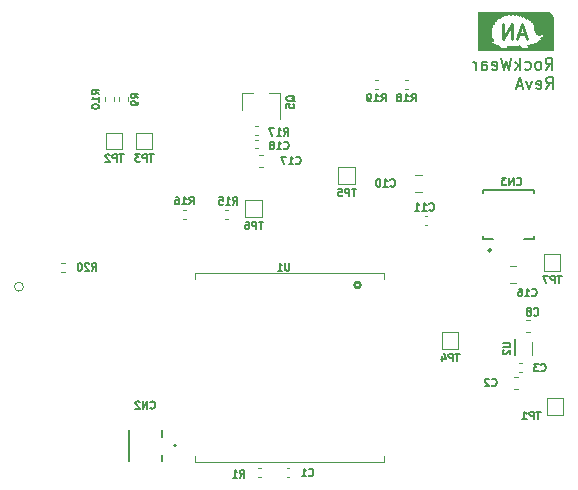
<source format=gbo>
%TF.GenerationSoftware,KiCad,Pcbnew,(5.1.10)-1*%
%TF.CreationDate,2021-12-08T00:23:12-08:00*%
%TF.ProjectId,Climbing_Main_Rev_A,436c696d-6269-46e6-975f-4d61696e5f52,rev?*%
%TF.SameCoordinates,Original*%
%TF.FileFunction,Legend,Bot*%
%TF.FilePolarity,Positive*%
%FSLAX46Y46*%
G04 Gerber Fmt 4.6, Leading zero omitted, Abs format (unit mm)*
G04 Created by KiCad (PCBNEW (5.1.10)-1) date 2021-12-08 00:23:12*
%MOMM*%
%LPD*%
G01*
G04 APERTURE LIST*
%ADD10C,0.150000*%
%ADD11C,0.100000*%
%ADD12C,0.120000*%
%ADD13C,0.254000*%
%ADD14C,0.127000*%
%ADD15C,0.200000*%
%ADD16C,1.200000*%
%ADD17R,1.000000X1.000000*%
%ADD18C,1.600000*%
%ADD19R,1.600000X1.600000*%
%ADD20R,0.127000X0.508000*%
%ADD21R,0.939800X0.304800*%
%ADD22C,1.600200*%
%ADD23C,1.905000*%
%ADD24R,0.800000X0.900000*%
%ADD25O,1.700000X1.700000*%
%ADD26R,1.700000X1.700000*%
%ADD27R,2.100000X3.000000*%
%ADD28R,0.800000X1.600000*%
%ADD29R,1.050000X1.000000*%
%ADD30R,2.200000X1.050000*%
%ADD31C,0.650000*%
G04 APERTURE END LIST*
D10*
X169533771Y-76601580D02*
X169867104Y-76125390D01*
X170105200Y-76601580D02*
X170105200Y-75601580D01*
X169724247Y-75601580D01*
X169629009Y-75649200D01*
X169581390Y-75696819D01*
X169533771Y-75792057D01*
X169533771Y-75934914D01*
X169581390Y-76030152D01*
X169629009Y-76077771D01*
X169724247Y-76125390D01*
X170105200Y-76125390D01*
X168724247Y-76553961D02*
X168819485Y-76601580D01*
X169009961Y-76601580D01*
X169105200Y-76553961D01*
X169152819Y-76458723D01*
X169152819Y-76077771D01*
X169105200Y-75982533D01*
X169009961Y-75934914D01*
X168819485Y-75934914D01*
X168724247Y-75982533D01*
X168676628Y-76077771D01*
X168676628Y-76173009D01*
X169152819Y-76268247D01*
X168343295Y-75934914D02*
X168105200Y-76601580D01*
X167867104Y-75934914D01*
X167533771Y-76315866D02*
X167057580Y-76315866D01*
X167629009Y-76601580D02*
X167295676Y-75601580D01*
X166962342Y-76601580D01*
X169514495Y-74975980D02*
X169847828Y-74499790D01*
X170085923Y-74975980D02*
X170085923Y-73975980D01*
X169704971Y-73975980D01*
X169609733Y-74023600D01*
X169562114Y-74071219D01*
X169514495Y-74166457D01*
X169514495Y-74309314D01*
X169562114Y-74404552D01*
X169609733Y-74452171D01*
X169704971Y-74499790D01*
X170085923Y-74499790D01*
X168943066Y-74975980D02*
X169038304Y-74928361D01*
X169085923Y-74880742D01*
X169133542Y-74785504D01*
X169133542Y-74499790D01*
X169085923Y-74404552D01*
X169038304Y-74356933D01*
X168943066Y-74309314D01*
X168800209Y-74309314D01*
X168704971Y-74356933D01*
X168657352Y-74404552D01*
X168609733Y-74499790D01*
X168609733Y-74785504D01*
X168657352Y-74880742D01*
X168704971Y-74928361D01*
X168800209Y-74975980D01*
X168943066Y-74975980D01*
X167752590Y-74928361D02*
X167847828Y-74975980D01*
X168038304Y-74975980D01*
X168133542Y-74928361D01*
X168181161Y-74880742D01*
X168228780Y-74785504D01*
X168228780Y-74499790D01*
X168181161Y-74404552D01*
X168133542Y-74356933D01*
X168038304Y-74309314D01*
X167847828Y-74309314D01*
X167752590Y-74356933D01*
X167324019Y-74975980D02*
X167324019Y-73975980D01*
X167228780Y-74595028D02*
X166943066Y-74975980D01*
X166943066Y-74309314D02*
X167324019Y-74690266D01*
X166609733Y-73975980D02*
X166371638Y-74975980D01*
X166181161Y-74261695D01*
X165990685Y-74975980D01*
X165752590Y-73975980D01*
X164990685Y-74928361D02*
X165085923Y-74975980D01*
X165276400Y-74975980D01*
X165371638Y-74928361D01*
X165419257Y-74833123D01*
X165419257Y-74452171D01*
X165371638Y-74356933D01*
X165276400Y-74309314D01*
X165085923Y-74309314D01*
X164990685Y-74356933D01*
X164943066Y-74452171D01*
X164943066Y-74547409D01*
X165419257Y-74642647D01*
X164085923Y-74975980D02*
X164085923Y-74452171D01*
X164133542Y-74356933D01*
X164228780Y-74309314D01*
X164419257Y-74309314D01*
X164514495Y-74356933D01*
X164085923Y-74928361D02*
X164181161Y-74975980D01*
X164419257Y-74975980D01*
X164514495Y-74928361D01*
X164562114Y-74833123D01*
X164562114Y-74737885D01*
X164514495Y-74642647D01*
X164419257Y-74595028D01*
X164181161Y-74595028D01*
X164085923Y-74547409D01*
X163609733Y-74975980D02*
X163609733Y-74309314D01*
X163609733Y-74499790D02*
X163562114Y-74404552D01*
X163514495Y-74356933D01*
X163419257Y-74309314D01*
X163324019Y-74309314D01*
D11*
G36*
X168713139Y-72722504D02*
G01*
X168009838Y-72924012D01*
X168002835Y-73114256D01*
X167456073Y-73111430D01*
X167306310Y-72947707D01*
X166257869Y-72931387D01*
X166300865Y-73111635D01*
X165663496Y-73110718D01*
X165568845Y-72950469D01*
X165557200Y-73304400D01*
X168986200Y-73304400D01*
X168986200Y-72542400D01*
X168713139Y-72722504D01*
G37*
X168713139Y-72722504D02*
X168009838Y-72924012D01*
X168002835Y-73114256D01*
X167456073Y-73111430D01*
X167306310Y-72947707D01*
X166257869Y-72931387D01*
X166300865Y-73111635D01*
X165663496Y-73110718D01*
X165568845Y-72950469D01*
X165557200Y-73304400D01*
X168986200Y-73304400D01*
X168986200Y-72542400D01*
X168713139Y-72722504D01*
G36*
X163779200Y-73304400D02*
G01*
X165557200Y-73304400D01*
X165550172Y-72927791D01*
X165112029Y-72789146D01*
X164804874Y-72640235D01*
X164795200Y-72542400D01*
X165090005Y-72546896D01*
X165006216Y-72319493D01*
X164897890Y-72284011D01*
X164909075Y-71959159D01*
X164814135Y-71939892D01*
X164922200Y-71653400D01*
X164825730Y-71595089D01*
X164971210Y-71361869D01*
X164907384Y-71267807D01*
X164963288Y-71209359D01*
X163779200Y-71209359D01*
X163779200Y-73304400D01*
G37*
X163779200Y-73304400D02*
X165557200Y-73304400D01*
X165550172Y-72927791D01*
X165112029Y-72789146D01*
X164804874Y-72640235D01*
X164795200Y-72542400D01*
X165090005Y-72546896D01*
X165006216Y-72319493D01*
X164897890Y-72284011D01*
X164909075Y-71959159D01*
X164814135Y-71939892D01*
X164922200Y-71653400D01*
X164825730Y-71595089D01*
X164971210Y-71361869D01*
X164907384Y-71267807D01*
X164963288Y-71209359D01*
X163779200Y-71209359D01*
X163779200Y-73304400D01*
G36*
X163779200Y-71272400D02*
G01*
X164963288Y-71209359D01*
X165119603Y-71056744D01*
X165080370Y-70948567D01*
X165176200Y-70891400D01*
X165301546Y-70798796D01*
X165303596Y-70680790D01*
X165597636Y-70574153D01*
X165616488Y-70472278D01*
X165893419Y-70421285D01*
X165911260Y-70350891D01*
X166268787Y-70321387D01*
X166293316Y-70236703D01*
X166577944Y-70306916D01*
X166633595Y-70258839D01*
X166919080Y-70340285D01*
X166969001Y-70272657D01*
X167244472Y-70412057D01*
X167321639Y-70346459D01*
X167548272Y-70488530D01*
X167591954Y-70403632D01*
X167856860Y-70641197D01*
X167956652Y-70569062D01*
X168095689Y-70743263D01*
X168214897Y-70715140D01*
X168256437Y-70818806D01*
X168354667Y-70844101D01*
X168354667Y-70129400D01*
X163779200Y-70129400D01*
X163779200Y-71272400D01*
G37*
X163779200Y-71272400D02*
X164963288Y-71209359D01*
X165119603Y-71056744D01*
X165080370Y-70948567D01*
X165176200Y-70891400D01*
X165301546Y-70798796D01*
X165303596Y-70680790D01*
X165597636Y-70574153D01*
X165616488Y-70472278D01*
X165893419Y-70421285D01*
X165911260Y-70350891D01*
X166268787Y-70321387D01*
X166293316Y-70236703D01*
X166577944Y-70306916D01*
X166633595Y-70258839D01*
X166919080Y-70340285D01*
X166969001Y-70272657D01*
X167244472Y-70412057D01*
X167321639Y-70346459D01*
X167548272Y-70488530D01*
X167591954Y-70403632D01*
X167856860Y-70641197D01*
X167956652Y-70569062D01*
X168095689Y-70743263D01*
X168214897Y-70715140D01*
X168256437Y-70818806D01*
X168354667Y-70844101D01*
X168354667Y-70129400D01*
X163779200Y-70129400D01*
X163779200Y-71272400D01*
G36*
X168354667Y-70844101D02*
G01*
X168536292Y-71157934D01*
X168579313Y-71666387D01*
X168828994Y-72017186D01*
X168965943Y-72061387D01*
X169179651Y-71961400D01*
X169285189Y-72035043D01*
X169289510Y-72177062D01*
X168977999Y-72517022D01*
X168986200Y-73304400D01*
X170129200Y-73304400D01*
X170129200Y-70495160D01*
X169758360Y-70124320D01*
X168351200Y-70129400D01*
X168354667Y-70844101D01*
G37*
X168354667Y-70844101D02*
X168536292Y-71157934D01*
X168579313Y-71666387D01*
X168828994Y-72017186D01*
X168965943Y-72061387D01*
X169179651Y-71961400D01*
X169285189Y-72035043D01*
X169289510Y-72177062D01*
X168977999Y-72517022D01*
X168986200Y-73304400D01*
X170129200Y-73304400D01*
X170129200Y-70495160D01*
X169758360Y-70124320D01*
X168351200Y-70129400D01*
X168354667Y-70844101D01*
D12*
X165069069Y-70956375D02*
X165080370Y-70948567D01*
X165099099Y-70985817D02*
X165087599Y-70977292D01*
X165270034Y-70814438D02*
X165286044Y-70806600D01*
X165122588Y-71004773D02*
X165111364Y-70995429D01*
X165255396Y-70822895D02*
X165270034Y-70814438D01*
X165035960Y-71138992D02*
X165072116Y-71103753D01*
X164933563Y-71238571D02*
X164963288Y-71209359D01*
X165243660Y-70830862D02*
X165255396Y-70822895D01*
X165080370Y-70948567D02*
X165140855Y-70908820D01*
X165079074Y-70971596D02*
X165068732Y-70964627D01*
X164991829Y-71307888D02*
X164975677Y-71299235D01*
X164996145Y-71335227D02*
X165004975Y-71324196D01*
X164921204Y-71274506D02*
X164907384Y-71267807D01*
X164956516Y-71290434D02*
X164937348Y-71282007D01*
X165190156Y-70874879D02*
X165229151Y-70846715D01*
X165310830Y-70743762D02*
X165301096Y-70728621D01*
X164975677Y-71299235D02*
X164956516Y-71290434D01*
X165391516Y-70646688D02*
X165420495Y-70635619D01*
X165148546Y-71027100D02*
X165122588Y-71004773D01*
X165140855Y-70908820D02*
X165190156Y-70874879D01*
X165004382Y-71315684D02*
X164991829Y-71307888D01*
X165366497Y-70656519D02*
X165391516Y-70646688D01*
X165301096Y-70728621D02*
X165275676Y-70691212D01*
X165340940Y-70666474D02*
X165366497Y-70656519D01*
X165318263Y-70675232D02*
X165340940Y-70666474D01*
X165303596Y-70680790D02*
X165318263Y-70675232D01*
X165286044Y-70806600D02*
X165301545Y-70798796D01*
X165087599Y-70977292D02*
X165079074Y-70971596D01*
X165319049Y-70758319D02*
X165310830Y-70743762D01*
X165102945Y-71073480D02*
X165119603Y-71056744D01*
X164998588Y-71175148D02*
X165035960Y-71138992D01*
X164937348Y-71282007D02*
X164921204Y-71274506D01*
X165325137Y-70770801D02*
X165319049Y-70758319D01*
X164984736Y-71348085D02*
X164996145Y-71335227D01*
X165072116Y-71103753D02*
X165102945Y-71073480D01*
X164963288Y-71209359D02*
X164998588Y-71175148D01*
X165275676Y-70691212D02*
X165303596Y-70680790D01*
X165111364Y-70995429D02*
X165099099Y-70985817D01*
X165119603Y-71056744D02*
X165148546Y-71027100D01*
X164907230Y-71264701D02*
X164933563Y-71238571D01*
X164881986Y-71739109D02*
X164893962Y-71698238D01*
X164913701Y-71612999D02*
X164850109Y-71600358D01*
X164994256Y-72272598D02*
X164946073Y-72278304D01*
X165075464Y-72523568D02*
X165067948Y-72500671D01*
X164954907Y-72557148D02*
X165031199Y-72570247D01*
X164743401Y-72537370D02*
X164806581Y-72538549D01*
X164901146Y-71669693D02*
X164913701Y-71612999D01*
X165058521Y-72473600D02*
X165047346Y-72443382D01*
X164892978Y-71455231D02*
X164907212Y-71436387D01*
X165067948Y-72500671D02*
X165058521Y-72473600D01*
X164800030Y-71563056D02*
X164814889Y-71545674D01*
X165047346Y-72443382D02*
X165035301Y-72410466D01*
X164867886Y-71783945D02*
X164881986Y-71739109D01*
X164893962Y-71698238D02*
X164901146Y-71669693D01*
X164814889Y-71545674D02*
X164832519Y-71526170D01*
X164903482Y-72121585D02*
X164909075Y-71959159D01*
X164971210Y-71361869D02*
X164984736Y-71348085D01*
X164955611Y-71377978D02*
X164971210Y-71361869D01*
X164787850Y-71578034D02*
X164800030Y-71563056D01*
X164937847Y-71397998D02*
X164955611Y-71377978D01*
X164909075Y-71959159D02*
X164856780Y-71966351D01*
X164814135Y-71939892D02*
X164853549Y-71826387D01*
X164920749Y-71418570D02*
X164937847Y-71397998D01*
X165035301Y-72410466D02*
X165023231Y-72375229D01*
X164873436Y-71479261D02*
X164892978Y-71455231D01*
X164879977Y-72544827D02*
X164954907Y-72557148D01*
X164825730Y-71595089D02*
X164805197Y-71589703D01*
X164853549Y-71826387D02*
X164867886Y-71783945D01*
X165006216Y-72319493D02*
X164994256Y-72272598D01*
X164850109Y-71600358D02*
X164825730Y-71595089D01*
X164897890Y-72284011D02*
X164903482Y-72121585D01*
X164946073Y-72278304D02*
X164897890Y-72284011D01*
X165012797Y-72342766D02*
X165006216Y-72319493D01*
X164806581Y-72538549D02*
X164879977Y-72544827D01*
X164907212Y-71436387D02*
X164920749Y-71418570D01*
X164852230Y-71504186D02*
X164873436Y-71479261D01*
X164832519Y-71526170D02*
X164852230Y-71504186D01*
X164805197Y-71589703D02*
X164788519Y-71584585D01*
X165023231Y-72375229D02*
X165012797Y-72342766D01*
X167306975Y-72937522D02*
X167232930Y-72933965D01*
X165303582Y-72855046D02*
X165214676Y-72825843D01*
X168116516Y-72910702D02*
X168009839Y-72924012D01*
X167746791Y-73121332D02*
X167646426Y-73120593D01*
X166257869Y-72931387D02*
X166292193Y-72982392D01*
X165214676Y-72825843D02*
X165112029Y-72789146D01*
X167232930Y-72933965D02*
X167104007Y-72931807D01*
X167886744Y-73120809D02*
X167746791Y-73121332D01*
X165376632Y-72875882D02*
X165303582Y-72855046D01*
X168259457Y-72890296D02*
X168116516Y-72910702D01*
X165987216Y-73121259D02*
X165727575Y-73119776D01*
X168002835Y-73114256D02*
X167959120Y-73118509D01*
X169100749Y-72355967D02*
X169044227Y-72439650D01*
X166251865Y-73120766D02*
X165987216Y-73121259D01*
X167104007Y-72931807D02*
X166787193Y-72931387D01*
X167646426Y-73120593D02*
X167556092Y-73118400D01*
X167959120Y-73118509D02*
X167886744Y-73120809D01*
X168977999Y-72517022D02*
X168850543Y-72623292D01*
X165112029Y-72789146D02*
X164996516Y-72745166D01*
X165512223Y-72911731D02*
X165376632Y-72875882D01*
X166787193Y-72931387D02*
X166257869Y-72931387D01*
X167556092Y-73118400D02*
X167480419Y-73115333D01*
X168850543Y-72623292D02*
X168713139Y-72722504D01*
X168606516Y-72780116D02*
X168472427Y-72833538D01*
X168281966Y-70908558D02*
X168292378Y-70900108D01*
X168408504Y-71050349D02*
X168417932Y-71087082D01*
X168673745Y-71855623D02*
X168680927Y-71866865D01*
X168397215Y-71006729D02*
X168408504Y-71050349D01*
X168923598Y-72055821D02*
X168947381Y-72060058D01*
X168534499Y-71293887D02*
X168532537Y-71424802D01*
X168292378Y-70900108D02*
X168304448Y-70889850D01*
X168680927Y-71866865D02*
X168686987Y-71878291D01*
X168766732Y-71969833D02*
X168828994Y-72017186D01*
X168536100Y-71103393D02*
X168536292Y-71157934D01*
X168318456Y-70877275D02*
X168354667Y-70844101D01*
X168417932Y-71087082D02*
X168422094Y-71103887D01*
X168385085Y-70960244D02*
X168397215Y-71006729D01*
X168256437Y-70818806D02*
X168275290Y-70898072D01*
X168449524Y-71128769D02*
X168486516Y-71116387D01*
X168304448Y-70889850D02*
X168318456Y-70877275D01*
X168518027Y-71105794D02*
X168530611Y-71101903D01*
X168053603Y-70695894D02*
X168095689Y-70743263D01*
X168898820Y-72049694D02*
X168923598Y-72055821D01*
X168536292Y-71157934D02*
X168535915Y-71220073D01*
X168709811Y-71919060D02*
X168766732Y-71969833D01*
X168619470Y-71767346D02*
X168645352Y-71816786D01*
X168238903Y-70742740D02*
X168256437Y-70818806D01*
X168354667Y-70844101D02*
X168385085Y-70960244D01*
X168095689Y-70743263D02*
X168150984Y-70716210D01*
X168595458Y-71713340D02*
X168619470Y-71767346D01*
X168036481Y-70675846D02*
X168053603Y-70695894D01*
X168547836Y-71550541D02*
X168579313Y-71666387D01*
X168486516Y-71116387D02*
X168503172Y-71110641D01*
X168535915Y-71220073D02*
X168534499Y-71293887D01*
X168503172Y-71110641D02*
X168518027Y-71105794D01*
X167212994Y-70391061D02*
X167244472Y-70412057D01*
X167198410Y-70381967D02*
X167212994Y-70391061D01*
X167047561Y-70307452D02*
X167101882Y-70335333D01*
X167980010Y-70596018D02*
X167990553Y-70610522D01*
X166939359Y-70300562D02*
X166944664Y-70267988D01*
X167889063Y-70595175D02*
X167898377Y-70580845D01*
X167435121Y-70401673D02*
X167455440Y-70419888D01*
X167162199Y-70362623D02*
X167180482Y-70371969D01*
X167410205Y-70380782D02*
X167435121Y-70401673D01*
X166936640Y-70316207D02*
X166939359Y-70300562D01*
X167898377Y-70580845D02*
X167907372Y-70567947D01*
X167866108Y-70631785D02*
X167873309Y-70621327D01*
X167771874Y-70567833D02*
X167814963Y-70606198D01*
X167146516Y-70355549D02*
X167162199Y-70362623D01*
X167939572Y-70552794D02*
X167956652Y-70569062D01*
X166996891Y-70279470D02*
X167047561Y-70307452D01*
X167873309Y-70621327D02*
X167880836Y-70608887D01*
X167101882Y-70335333D02*
X167146516Y-70355549D01*
X167265492Y-70379222D02*
X167297963Y-70330225D01*
X167572960Y-70447510D02*
X167591954Y-70403632D01*
X167244472Y-70412057D02*
X167265492Y-70379222D01*
X167180482Y-70371969D02*
X167198410Y-70381967D01*
X167491917Y-70450615D02*
X167508111Y-70462107D01*
X167384835Y-70360558D02*
X167410205Y-70380782D01*
X167455440Y-70419888D02*
X167473618Y-70436038D01*
X168019838Y-70654782D02*
X168036481Y-70675846D01*
X168005807Y-70635602D02*
X168019838Y-70654782D01*
X167956652Y-70569062D02*
X167968131Y-70581428D01*
X167880836Y-70608887D02*
X167889063Y-70595175D01*
X167814963Y-70606198D02*
X167853163Y-70639731D01*
X167859765Y-70639890D02*
X167866108Y-70631785D01*
X167591954Y-70403632D02*
X167721735Y-70522319D01*
X167363128Y-70344414D02*
X167384835Y-70360558D01*
X167968131Y-70581428D02*
X167980010Y-70596018D01*
X167721735Y-70522319D02*
X167771874Y-70567833D01*
X167473618Y-70436038D02*
X167491917Y-70450615D01*
X167907372Y-70567947D02*
X167914385Y-70559062D01*
X167327585Y-70321013D02*
X167363128Y-70344414D01*
X166882947Y-70326998D02*
X166919080Y-70340285D01*
X165911260Y-70350891D02*
X165896003Y-70321387D01*
X165420495Y-70635619D02*
X165458860Y-70621658D01*
X166433503Y-70269293D02*
X166532878Y-70294161D01*
X165565366Y-70482057D02*
X165588441Y-70477299D01*
X166082395Y-70321387D02*
X166268787Y-70321387D01*
X165536516Y-70594732D02*
X165569364Y-70583744D01*
X165499586Y-70607289D02*
X165536516Y-70594732D01*
X165714282Y-70456310D02*
X165761097Y-70447812D01*
X166261952Y-70275803D02*
X166255116Y-70230218D01*
X165896003Y-70321387D02*
X166082395Y-70321387D01*
X165761097Y-70447812D02*
X165809015Y-70438813D01*
X165674046Y-70463359D02*
X165714282Y-70456310D01*
X165616488Y-70472278D02*
X165634511Y-70469401D01*
X165609068Y-70537720D02*
X165597147Y-70522184D01*
X165651516Y-70466889D02*
X165674046Y-70463359D01*
X165634511Y-70469401D02*
X165651516Y-70466889D01*
X165458860Y-70621658D02*
X165499586Y-70607289D01*
X165597147Y-70522184D02*
X165565366Y-70482057D01*
X165618503Y-70551132D02*
X165609068Y-70537720D01*
X165625744Y-70562340D02*
X165618503Y-70551132D01*
X166255116Y-70230218D02*
X166293316Y-70236703D01*
X165809015Y-70438813D02*
X165893419Y-70421285D01*
X166268787Y-70321387D02*
X166261952Y-70275803D01*
X165597636Y-70574153D02*
X165622248Y-70565712D01*
X166293316Y-70236703D02*
X166333301Y-70244893D01*
X165588441Y-70477299D02*
X165600033Y-70475084D01*
X165569364Y-70583744D02*
X165597636Y-70574153D01*
X166333301Y-70244893D02*
X166433503Y-70269293D01*
X165600033Y-70475084D02*
X165616488Y-70472278D01*
X166532878Y-70294161D02*
X166577944Y-70306917D01*
X166841111Y-70311176D02*
X166882947Y-70326998D01*
X166793101Y-70292403D02*
X166841111Y-70311176D01*
X166744355Y-70273291D02*
X166793101Y-70292403D01*
X166663032Y-70242519D02*
X166700200Y-70256400D01*
X166700200Y-70256400D02*
X166744355Y-70273291D01*
X170129200Y-70510400D02*
X170129200Y-73304400D01*
X163779200Y-70129400D02*
X169748200Y-70129400D01*
X163779200Y-73304400D02*
X163779200Y-70129400D01*
X170129200Y-73304400D02*
X163779200Y-73304400D01*
X165243660Y-70830862D02*
G75*
G03*
X165238544Y-70836443I11426J-15609D01*
G01*
X164906516Y-71266416D02*
G75*
G03*
X164907384Y-71267807I1548J0D01*
G01*
X165229151Y-70846714D02*
G75*
G03*
X165238544Y-70836443I-21208J28823D01*
G01*
X165004974Y-71324195D02*
G75*
G03*
X165006516Y-71319647I-5939J4548D01*
G01*
X165324159Y-70782593D02*
G75*
G03*
X165326516Y-70777190I-5015J5403D01*
G01*
X165066809Y-70960553D02*
G75*
G03*
X165068732Y-70964627I4714J-266D01*
G01*
X165314627Y-70790433D02*
G75*
G03*
X165324159Y-70782594I-60629J83435D01*
G01*
X165069069Y-70956375D02*
G75*
G03*
X165066809Y-70960553I3313J-4492D01*
G01*
X164907230Y-71264701D02*
G75*
G03*
X164906516Y-71266416I1704J-1715D01*
G01*
X165006516Y-71319647D02*
G75*
G03*
X165004382Y-71315684I-4746J0D01*
G01*
X165301546Y-70798796D02*
G75*
G03*
X165314628Y-70790433I-63531J113792D01*
G01*
X165326517Y-70777190D02*
G75*
G03*
X165325137Y-70770801I-15483J0D01*
G01*
X164819694Y-71969214D02*
G75*
G03*
X164856780Y-71966351I-5424J311949D01*
G01*
X164810892Y-71960761D02*
G75*
G03*
X164819693Y-71969214I8651J199D01*
G01*
X165158682Y-72540757D02*
G75*
G03*
X165155027Y-72534593I-21227J-8420D01*
G01*
X165104506Y-72545694D02*
G75*
G03*
X165121039Y-72537620I-23666J69425D01*
G01*
X165159344Y-72554800D02*
G75*
G03*
X165160166Y-72547648I-21594J6104D01*
G01*
X164738296Y-72583408D02*
G75*
G03*
X164804874Y-72640235I452370J462574D01*
G01*
X165148690Y-72529277D02*
G75*
G03*
X165141978Y-72527814I-5693J-9990D01*
G01*
X164804874Y-72640235D02*
G75*
G03*
X164895546Y-72698196I458172J616849D01*
G01*
X165090005Y-72546896D02*
G75*
G03*
X165104506Y-72545694I4856J29498D01*
G01*
X164814135Y-71939893D02*
G75*
G03*
X164810892Y-71960762I56636J-19487D01*
G01*
X165076516Y-72530291D02*
G75*
G03*
X165080341Y-72541227I17546J0D01*
G01*
X165076516Y-72530292D02*
G75*
G03*
X165075464Y-72523568I-22002J1D01*
G01*
X164786516Y-71581835D02*
G75*
G03*
X164788519Y-71584585I2890J0D01*
G01*
X165156296Y-72561722D02*
G75*
G03*
X165159345Y-72554800I-23149J14327D01*
G01*
X165080340Y-72541227D02*
G75*
G03*
X165090005Y-72546896I12198J9722D01*
G01*
X164787850Y-71578034D02*
G75*
G03*
X164786516Y-71581835I4750J-3801D01*
G01*
X165155027Y-72534594D02*
G75*
G03*
X165148689Y-72529277I-17769J-14746D01*
G01*
X165092639Y-72575258D02*
G75*
G03*
X165138013Y-72573271I7765J341806D01*
G01*
X165141978Y-72527815D02*
G75*
G03*
X165133518Y-72530295I2003J-22500D01*
G01*
X165133518Y-72530295D02*
G75*
G03*
X165121039Y-72537620I68107J-130314D01*
G01*
X164729816Y-72547070D02*
G75*
G03*
X164738296Y-72583408I32757J-11514D01*
G01*
X165031199Y-72570247D02*
G75*
G03*
X165092639Y-72575258I73380J520527D01*
G01*
X165160166Y-72547648D02*
G75*
G03*
X165158682Y-72540758I-21374J-999D01*
G01*
X164743400Y-72537370D02*
G75*
G03*
X164729816Y-72547071I108J-14513D01*
G01*
X165138013Y-72573271D02*
G75*
G03*
X165156296Y-72561723I-2716J24546D01*
G01*
X169223219Y-72230326D02*
G75*
G03*
X169259397Y-72207226I-88582J178615D01*
G01*
X165568845Y-72950468D02*
G75*
G03*
X165550172Y-72927791I-40784J-14555D01*
G01*
X166300865Y-73111635D02*
G75*
G03*
X166320967Y-73094106I-13678J35977D01*
G01*
X168002835Y-73114255D02*
G75*
G03*
X168024291Y-73105820I-6776J48741D01*
G01*
X169309762Y-72144313D02*
G75*
G03*
X169316516Y-72113626I-66336J30687D01*
G01*
X168036129Y-73017898D02*
G75*
G03*
X168011254Y-72978082I-224259J-112426D01*
G01*
X169187203Y-72254945D02*
G75*
G03*
X169147160Y-72296262I311235J-341694D01*
G01*
X166327186Y-73065824D02*
G75*
G03*
X166317521Y-73027624I-109322J-7336D01*
G01*
X168009838Y-72924012D02*
G75*
G03*
X167990327Y-72931111I6081J-47078D01*
G01*
X168606516Y-72780116D02*
G75*
G03*
X168713139Y-72722504I-251351J592648D01*
G01*
X165663496Y-73110718D02*
G75*
G03*
X165727575Y-73119776I66562J239697D01*
G01*
X165633609Y-73096525D02*
G75*
G03*
X165663496Y-73110718I55676J78676D01*
G01*
X168024292Y-73105820D02*
G75*
G03*
X168042210Y-73083505I-29377J41940D01*
G01*
X169259397Y-72207226D02*
G75*
G03*
X169289510Y-72177062I-121324J151232D01*
G01*
X167316517Y-72947707D02*
G75*
G03*
X167306975Y-72937522I-10207J0D01*
G01*
X165609604Y-73072829D02*
G75*
G03*
X165633609Y-73096525I84014J61103D01*
G01*
X166320967Y-73094106D02*
G75*
G03*
X166327186Y-73065824I-45440J24816D01*
G01*
X165550172Y-72927791D02*
G75*
G03*
X165512223Y-72911731I-77840J-131069D01*
G01*
X167414569Y-73089316D02*
G75*
G03*
X167456073Y-73111429I70528J82363D01*
G01*
X169223219Y-72230326D02*
G75*
G03*
X169187202Y-72254945I69853J-140849D01*
G01*
X168367322Y-72867067D02*
G75*
G03*
X168472427Y-72833538I-293904J1102822D01*
G01*
X168046575Y-73053789D02*
G75*
G03*
X168036129Y-73017898I-103011J-10514D01*
G01*
X167316516Y-72947707D02*
G75*
G03*
X167327913Y-72987946I76736J0D01*
G01*
X167987493Y-72943527D02*
G75*
G03*
X168011254Y-72978082I358907J221348D01*
G01*
X168977999Y-72517022D02*
G75*
G03*
X169044227Y-72439650I-253998J284443D01*
G01*
X169289510Y-72177062D02*
G75*
G03*
X169309762Y-72144313I-125029J99956D01*
G01*
X169316516Y-72113626D02*
G75*
G03*
X169309508Y-72081167I-78674J0D01*
G01*
X167456073Y-73111430D02*
G75*
G03*
X167480419Y-73115333I29525J106280D01*
G01*
X169147159Y-72296262D02*
G75*
G03*
X169100749Y-72355967I615846J-526607D01*
G01*
X164895546Y-72698196D02*
G75*
G03*
X164996516Y-72745166I421134J773294D01*
G01*
X165580954Y-72997226D02*
G75*
G03*
X165568845Y-72950469I-266935J-44183D01*
G01*
X165591986Y-73039578D02*
G75*
G03*
X165609604Y-73072829I125452J45176D01*
G01*
X166317522Y-73027623D02*
G75*
G03*
X166292193Y-72982392I-288286J-131726D01*
G01*
X165580954Y-72997225D02*
G75*
G03*
X165591987Y-73039578I238066J39404D01*
G01*
X166251865Y-73120766D02*
G75*
G03*
X166300865Y-73111635I-722J139910D01*
G01*
X167327913Y-72987946D02*
G75*
G03*
X167366904Y-73041543I367100J226082D01*
G01*
X167366904Y-73041542D02*
G75*
G03*
X167414569Y-73089315I327944J279538D01*
G01*
X168259457Y-72890295D02*
G75*
G03*
X168367322Y-72867067I-186137J1126421D01*
G01*
X167990328Y-72931110D02*
G75*
G03*
X167987493Y-72943527I4896J-7650D01*
G01*
X168042210Y-73083505D02*
G75*
G03*
X168046574Y-73053789I-56614J23492D01*
G01*
X168536194Y-71488969D02*
G75*
G03*
X168547836Y-71550541I463660J55781D01*
G01*
X169001760Y-72055588D02*
G75*
G03*
X169013798Y-72046729I-19375J38933D01*
G01*
X168216070Y-70695597D02*
G75*
G03*
X168190363Y-70699385I-3799J-63337D01*
G01*
X168534085Y-71101388D02*
G75*
G03*
X168530611Y-71101903I0J-11976D01*
G01*
X169285189Y-72035043D02*
G75*
G03*
X169255772Y-71992409I-376758J-228493D01*
G01*
X168190362Y-70699385D02*
G75*
G03*
X168150984Y-70716210I144353J-392357D01*
G01*
X168428408Y-71123169D02*
G75*
G03*
X168436244Y-71129535I9876J4150D01*
G01*
X169255772Y-71992409D02*
G75*
G03*
X169231295Y-71973106I-51636J-40307D01*
G01*
X168690764Y-71888015D02*
G75*
G03*
X168686987Y-71878291I-65271J-19756D01*
G01*
X168236516Y-70721339D02*
G75*
G03*
X168230646Y-70703509I-30012J0D01*
G01*
X168230646Y-70703509D02*
G75*
G03*
X168216069Y-70695597I-15749J-11631D01*
G01*
X168422093Y-71103887D02*
G75*
G03*
X168428408Y-71123168I121525J29125D01*
G01*
X168579312Y-71666388D02*
G75*
G03*
X168595458Y-71713340I437575J124216D01*
G01*
X169120838Y-71969035D02*
G75*
G03*
X169066193Y-71993593I56238J-198212D01*
G01*
X168828994Y-72017187D02*
G75*
G03*
X168876855Y-72042436I126619J182024D01*
G01*
X168532537Y-71424802D02*
G75*
G03*
X168536194Y-71488969I512043J-3006D01*
G01*
X168536101Y-71103393D02*
G75*
G03*
X168534085Y-71101387I-2016J-10D01*
G01*
X168275290Y-70898072D02*
G75*
G03*
X168280529Y-70908418I24438J5875D01*
G01*
X169231295Y-71973106D02*
G75*
G03*
X169179651Y-71961400I-54026J-118575D01*
G01*
X169179652Y-71961400D02*
G75*
G03*
X169120839Y-71969034I-3693J-201911D01*
G01*
X168876855Y-72042436D02*
G75*
G03*
X168898820Y-72049694I93450J245942D01*
G01*
X169309509Y-72081166D02*
G75*
G03*
X169285189Y-72035043I-396433J-179553D01*
G01*
X169066193Y-71993592D02*
G75*
G03*
X169026678Y-72031161I76935J-120489D01*
G01*
X168987166Y-72060024D02*
G75*
G03*
X169001761Y-72055588I-5881J45579D01*
G01*
X169013798Y-72046729D02*
G75*
G03*
X169026678Y-72031161I-100856J96554D01*
G01*
X168645351Y-71816786D02*
G75*
G03*
X168666470Y-71846387I149524J84342D01*
G01*
X168236517Y-70721339D02*
G75*
G03*
X168238903Y-70742740I97169J0D01*
G01*
X168947381Y-72060057D02*
G75*
G03*
X168965943Y-72061387I18562J128891D01*
G01*
X168965943Y-72061388D02*
G75*
G03*
X168987166Y-72060024I0J165842D01*
G01*
X168690764Y-71888015D02*
G75*
G03*
X168709811Y-71919060I68734J20805D01*
G01*
X168436244Y-71129534D02*
G75*
G03*
X168449524Y-71128769I5136J26471D01*
G01*
X168673745Y-71855622D02*
G75*
G03*
X168666470Y-71846387I-82393J-57424D01*
G01*
X168280529Y-70908418D02*
G75*
G03*
X168281966Y-70908558I790J667D01*
G01*
X167548272Y-70488530D02*
G75*
G03*
X167560298Y-70473083I-44905J47365D01*
G01*
X167536517Y-70482061D02*
G75*
G03*
X167540718Y-70489396I8503J0D01*
G01*
X167508111Y-70462107D02*
G75*
G03*
X167517940Y-70466839I21539J32163D01*
G01*
X167327585Y-70321014D02*
G75*
G03*
X167311999Y-70319420I-9467J-15572D01*
G01*
X166959744Y-70254074D02*
G75*
G03*
X166950838Y-70255799I-3273J-6953D01*
G01*
X167531060Y-70473743D02*
G75*
G03*
X167525048Y-70469784I-21945J-26781D01*
G01*
X167311998Y-70319419D02*
G75*
G03*
X167297963Y-70330225I9641J-27040D01*
G01*
X167923930Y-70549943D02*
G75*
G03*
X167914385Y-70559062I41917J-53424D01*
G01*
X167853163Y-70639731D02*
G75*
G03*
X167856860Y-70641197I3909J4463D01*
G01*
X167525048Y-70469784D02*
G75*
G03*
X167517940Y-70466839I-20747J-40026D01*
G01*
X166950838Y-70255798D02*
G75*
G03*
X166944664Y-70267988I18163J-16859D01*
G01*
X167939572Y-70552794D02*
G75*
G03*
X167931144Y-70548355I-12818J-14118D01*
G01*
X167536516Y-70482061D02*
G75*
G03*
X167535188Y-70478062I-6684J0D01*
G01*
X166973955Y-70263289D02*
G75*
G03*
X166959745Y-70254074I-40961J-47599D01*
G01*
X167535189Y-70478063D02*
G75*
G03*
X167531060Y-70473743I-19753J-14746D01*
G01*
X166973955Y-70263290D02*
G75*
G03*
X166996891Y-70279470I95293J110734D01*
G01*
X166928964Y-70339106D02*
G75*
G03*
X166932976Y-70329395I-78107J37953D01*
G01*
X166925318Y-70341388D02*
G75*
G03*
X166928964Y-70339106I0J4054D01*
G01*
X167931144Y-70548356D02*
G75*
G03*
X167923929Y-70549942I-1960J-8284D01*
G01*
X166932976Y-70329395D02*
G75*
G03*
X166936640Y-70316207I-107528J36980D01*
G01*
X166919079Y-70340284D02*
G75*
G03*
X166925318Y-70341387I6239J17095D01*
G01*
X167997760Y-70622456D02*
G75*
G03*
X168005807Y-70635602I107001J56466D01*
G01*
X167997760Y-70622456D02*
G75*
G03*
X167990553Y-70610522I-106869J-56396D01*
G01*
X167856860Y-70641197D02*
G75*
G03*
X167859765Y-70639890I129J3597D01*
G01*
X167540718Y-70489396D02*
G75*
G03*
X167548272Y-70488530I3201J5458D01*
G01*
X167560298Y-70473083D02*
G75*
G03*
X167572960Y-70447510I-243085J136280D01*
G01*
X166630523Y-70235585D02*
G75*
G03*
X166618574Y-70239282I-986J-17970D01*
G01*
X166610374Y-70250540D02*
G75*
G03*
X166603138Y-70274990I216398J-77338D01*
G01*
X166598078Y-70292850D02*
G75*
G03*
X166603138Y-70274990I-201047J66603D01*
G01*
X166592699Y-70302839D02*
G75*
G03*
X166598078Y-70292850I-25711J20289D01*
G01*
X165893419Y-70421285D02*
G75*
G03*
X165919902Y-70407980I-13406J59693D01*
G01*
X166577944Y-70306916D02*
G75*
G03*
X166586170Y-70307110I4450J14228D01*
G01*
X165925902Y-70388294D02*
G75*
G03*
X165911260Y-70350891I-186245J-51336D01*
G01*
X165625222Y-70564382D02*
G75*
G03*
X165625744Y-70562340I-710J1269D01*
G01*
X165919902Y-70407980D02*
G75*
G03*
X165925901Y-70388294I-12535J14577D01*
G01*
X166650483Y-70238625D02*
G75*
G03*
X166630523Y-70235585I-25707J-101716D01*
G01*
X166618574Y-70239283D02*
G75*
G03*
X166610374Y-70250540I15021J-19556D01*
G01*
X166586170Y-70307111D02*
G75*
G03*
X166592699Y-70302839I-3109J11878D01*
G01*
X165622248Y-70565712D02*
G75*
G03*
X165625222Y-70564382I-5926J17241D01*
G01*
X166663032Y-70242519D02*
G75*
G03*
X166650483Y-70238625I-42745J-115581D01*
G01*
X155828000Y-92203000D02*
X139828000Y-92203000D01*
X155828000Y-108203000D02*
X139828000Y-108203000D01*
X155828000Y-92203000D02*
X155828000Y-92703000D01*
X139828000Y-92203000D02*
X139828000Y-92703000D01*
X155828000Y-108203000D02*
X155828000Y-107703000D01*
X139828000Y-108203000D02*
X139828000Y-107703000D01*
D13*
X153828000Y-93203000D02*
G75*
G03*
X153828000Y-93203000I-250000J0D01*
G01*
D12*
X169353000Y-92013000D02*
X170753000Y-92013000D01*
X170753000Y-92013000D02*
X170753000Y-90613000D01*
X170753000Y-90613000D02*
X169353000Y-90613000D01*
X169353000Y-90613000D02*
X169353000Y-92013000D01*
X144080000Y-87441000D02*
X145480000Y-87441000D01*
X145480000Y-87441000D02*
X145480000Y-86041000D01*
X145480000Y-86041000D02*
X144080000Y-86041000D01*
X144080000Y-86041000D02*
X144080000Y-87441000D01*
X151954000Y-84647000D02*
X153354000Y-84647000D01*
X153354000Y-84647000D02*
X153354000Y-83247000D01*
X153354000Y-83247000D02*
X151954000Y-83247000D01*
X151954000Y-83247000D02*
X151954000Y-84647000D01*
X160717000Y-98617000D02*
X162117000Y-98617000D01*
X162117000Y-98617000D02*
X162117000Y-97217000D01*
X162117000Y-97217000D02*
X160717000Y-97217000D01*
X160717000Y-97217000D02*
X160717000Y-98617000D01*
X134809000Y-81726000D02*
X136209000Y-81726000D01*
X136209000Y-81726000D02*
X136209000Y-80326000D01*
X136209000Y-80326000D02*
X134809000Y-80326000D01*
X134809000Y-80326000D02*
X134809000Y-81726000D01*
X132269000Y-81726000D02*
X133669000Y-81726000D01*
X133669000Y-81726000D02*
X133669000Y-80326000D01*
X133669000Y-80326000D02*
X132269000Y-80326000D01*
X132269000Y-80326000D02*
X132269000Y-81726000D01*
X169607000Y-104205000D02*
X171007000Y-104205000D01*
X171007000Y-104205000D02*
X171007000Y-102805000D01*
X171007000Y-102805000D02*
X169607000Y-102805000D01*
X169607000Y-102805000D02*
X169607000Y-104205000D01*
D14*
X166928800Y-97802700D02*
X166928800Y-99123500D01*
D12*
X168351200Y-98056700D02*
X168351200Y-99123500D01*
X125298200Y-93345000D02*
G75*
G03*
X125298200Y-93345000I-381000J0D01*
G01*
X128497359Y-92074000D02*
X128804641Y-92074000D01*
X128497359Y-91314000D02*
X128804641Y-91314000D01*
X155038359Y-76580000D02*
X155345641Y-76580000D01*
X155038359Y-75820000D02*
X155345641Y-75820000D01*
X157580359Y-76580000D02*
X157887641Y-76580000D01*
X157580359Y-75820000D02*
X157887641Y-75820000D01*
X144880359Y-80517000D02*
X145187641Y-80517000D01*
X144880359Y-79757000D02*
X145187641Y-79757000D01*
X139091641Y-86869000D02*
X138784359Y-86869000D01*
X139091641Y-87629000D02*
X138784359Y-87629000D01*
X142340359Y-87629000D02*
X142647641Y-87629000D01*
X142340359Y-86869000D02*
X142647641Y-86869000D01*
X132208000Y-77316359D02*
X132208000Y-77623641D01*
X132968000Y-77316359D02*
X132968000Y-77623641D01*
X133351000Y-77316359D02*
X133351000Y-77623641D01*
X134111000Y-77316359D02*
X134111000Y-77623641D01*
X145134359Y-109473000D02*
X145441641Y-109473000D01*
X145134359Y-108713000D02*
X145441641Y-108713000D01*
X143835000Y-76964000D02*
X144765000Y-76964000D01*
X146995000Y-76964000D02*
X146065000Y-76964000D01*
X146995000Y-76964000D02*
X146995000Y-79124000D01*
X143835000Y-76964000D02*
X143835000Y-78424000D01*
D15*
X164245000Y-89349000D02*
X165070000Y-89349000D01*
X164245000Y-89349000D02*
X164245000Y-89049000D01*
X168495000Y-89349000D02*
X167670000Y-89349000D01*
X168495000Y-89349000D02*
X168495000Y-89049000D01*
X164245000Y-85449000D02*
X164245000Y-85149000D01*
X164245000Y-85149000D02*
X168495000Y-85149000D01*
X168495000Y-85149000D02*
X168495000Y-85449000D01*
X164911419Y-90249000D02*
G75*
G03*
X164911419Y-90249000I-141419J0D01*
G01*
D14*
X137056000Y-107557000D02*
X137056000Y-108107000D01*
X137056000Y-105507000D02*
X137056000Y-106057000D01*
D10*
X138211000Y-106807000D02*
G75*
G03*
X138211000Y-106807000I-75000J0D01*
G01*
D14*
X134216000Y-105507000D02*
X134216000Y-108107000D01*
D12*
X144926164Y-81640000D02*
X145141836Y-81640000D01*
X144926164Y-80920000D02*
X145141836Y-80920000D01*
X145274420Y-83187000D02*
X145555580Y-83187000D01*
X145274420Y-82167000D02*
X145555580Y-82167000D01*
X166489748Y-93064000D02*
X167012252Y-93064000D01*
X166489748Y-91594000D02*
X167012252Y-91594000D01*
X159492836Y-87397000D02*
X159277164Y-87397000D01*
X159492836Y-88117000D02*
X159277164Y-88117000D01*
X159011252Y-83847000D02*
X158488748Y-83847000D01*
X159011252Y-85317000D02*
X158488748Y-85317000D01*
X167880420Y-97157000D02*
X168161580Y-97157000D01*
X167880420Y-96137000D02*
X168161580Y-96137000D01*
X167493836Y-99843000D02*
X167278164Y-99843000D01*
X167493836Y-100563000D02*
X167278164Y-100563000D01*
X167145580Y-100963000D02*
X166864420Y-100963000D01*
X167145580Y-101983000D02*
X166864420Y-101983000D01*
X147808836Y-108733000D02*
X147593164Y-108733000D01*
X147808836Y-109453000D02*
X147593164Y-109453000D01*
D13*
X167794819Y-71992066D02*
X167190057Y-71992066D01*
X167915771Y-72354923D02*
X167492438Y-71084923D01*
X167069104Y-72354923D01*
X166645771Y-72354923D02*
X166645771Y-71084923D01*
X165920057Y-72354923D01*
X165920057Y-71084923D01*
D14*
X147811809Y-91355261D02*
X147811809Y-91869309D01*
X147781571Y-91929785D01*
X147751333Y-91960023D01*
X147690857Y-91990261D01*
X147569904Y-91990261D01*
X147509428Y-91960023D01*
X147479190Y-91929785D01*
X147448952Y-91869309D01*
X147448952Y-91355261D01*
X146813952Y-91990261D02*
X147176809Y-91990261D01*
X146995380Y-91990261D02*
X146995380Y-91355261D01*
X147055857Y-91445976D01*
X147116333Y-91506452D01*
X147176809Y-91536690D01*
X170854309Y-92413261D02*
X170491452Y-92413261D01*
X170672880Y-93048261D02*
X170672880Y-92413261D01*
X170279785Y-93048261D02*
X170279785Y-92413261D01*
X170037880Y-92413261D01*
X169977404Y-92443500D01*
X169947166Y-92473738D01*
X169916928Y-92534214D01*
X169916928Y-92624928D01*
X169947166Y-92685404D01*
X169977404Y-92715642D01*
X170037880Y-92745880D01*
X170279785Y-92745880D01*
X169705261Y-92413261D02*
X169281928Y-92413261D01*
X169554071Y-93048261D01*
X145581309Y-87841261D02*
X145218452Y-87841261D01*
X145399880Y-88476261D02*
X145399880Y-87841261D01*
X145006785Y-88476261D02*
X145006785Y-87841261D01*
X144764880Y-87841261D01*
X144704404Y-87871500D01*
X144674166Y-87901738D01*
X144643928Y-87962214D01*
X144643928Y-88052928D01*
X144674166Y-88113404D01*
X144704404Y-88143642D01*
X144764880Y-88173880D01*
X145006785Y-88173880D01*
X144099642Y-87841261D02*
X144220595Y-87841261D01*
X144281071Y-87871500D01*
X144311309Y-87901738D01*
X144371785Y-87992452D01*
X144402023Y-88113404D01*
X144402023Y-88355309D01*
X144371785Y-88415785D01*
X144341547Y-88446023D01*
X144281071Y-88476261D01*
X144160119Y-88476261D01*
X144099642Y-88446023D01*
X144069404Y-88415785D01*
X144039166Y-88355309D01*
X144039166Y-88204119D01*
X144069404Y-88143642D01*
X144099642Y-88113404D01*
X144160119Y-88083166D01*
X144281071Y-88083166D01*
X144341547Y-88113404D01*
X144371785Y-88143642D01*
X144402023Y-88204119D01*
X153455309Y-85047261D02*
X153092452Y-85047261D01*
X153273880Y-85682261D02*
X153273880Y-85047261D01*
X152880785Y-85682261D02*
X152880785Y-85047261D01*
X152638880Y-85047261D01*
X152578404Y-85077500D01*
X152548166Y-85107738D01*
X152517928Y-85168214D01*
X152517928Y-85258928D01*
X152548166Y-85319404D01*
X152578404Y-85349642D01*
X152638880Y-85379880D01*
X152880785Y-85379880D01*
X151943404Y-85047261D02*
X152245785Y-85047261D01*
X152276023Y-85349642D01*
X152245785Y-85319404D01*
X152185309Y-85289166D01*
X152034119Y-85289166D01*
X151973642Y-85319404D01*
X151943404Y-85349642D01*
X151913166Y-85410119D01*
X151913166Y-85561309D01*
X151943404Y-85621785D01*
X151973642Y-85652023D01*
X152034119Y-85682261D01*
X152185309Y-85682261D01*
X152245785Y-85652023D01*
X152276023Y-85621785D01*
X162218309Y-99017261D02*
X161855452Y-99017261D01*
X162036880Y-99652261D02*
X162036880Y-99017261D01*
X161643785Y-99652261D02*
X161643785Y-99017261D01*
X161401880Y-99017261D01*
X161341404Y-99047500D01*
X161311166Y-99077738D01*
X161280928Y-99138214D01*
X161280928Y-99228928D01*
X161311166Y-99289404D01*
X161341404Y-99319642D01*
X161401880Y-99349880D01*
X161643785Y-99349880D01*
X160736642Y-99228928D02*
X160736642Y-99652261D01*
X160887833Y-98987023D02*
X161039023Y-99440595D01*
X160645928Y-99440595D01*
X136310309Y-82126261D02*
X135947452Y-82126261D01*
X136128880Y-82761261D02*
X136128880Y-82126261D01*
X135735785Y-82761261D02*
X135735785Y-82126261D01*
X135493880Y-82126261D01*
X135433404Y-82156500D01*
X135403166Y-82186738D01*
X135372928Y-82247214D01*
X135372928Y-82337928D01*
X135403166Y-82398404D01*
X135433404Y-82428642D01*
X135493880Y-82458880D01*
X135735785Y-82458880D01*
X135161261Y-82126261D02*
X134768166Y-82126261D01*
X134979833Y-82368166D01*
X134889119Y-82368166D01*
X134828642Y-82398404D01*
X134798404Y-82428642D01*
X134768166Y-82489119D01*
X134768166Y-82640309D01*
X134798404Y-82700785D01*
X134828642Y-82731023D01*
X134889119Y-82761261D01*
X135070547Y-82761261D01*
X135131023Y-82731023D01*
X135161261Y-82700785D01*
X133770309Y-82126261D02*
X133407452Y-82126261D01*
X133588880Y-82761261D02*
X133588880Y-82126261D01*
X133195785Y-82761261D02*
X133195785Y-82126261D01*
X132953880Y-82126261D01*
X132893404Y-82156500D01*
X132863166Y-82186738D01*
X132832928Y-82247214D01*
X132832928Y-82337928D01*
X132863166Y-82398404D01*
X132893404Y-82428642D01*
X132953880Y-82458880D01*
X133195785Y-82458880D01*
X132591023Y-82186738D02*
X132560785Y-82156500D01*
X132500309Y-82126261D01*
X132349119Y-82126261D01*
X132288642Y-82156500D01*
X132258404Y-82186738D01*
X132228166Y-82247214D01*
X132228166Y-82307690D01*
X132258404Y-82398404D01*
X132621261Y-82761261D01*
X132228166Y-82761261D01*
X169076309Y-103919261D02*
X168713452Y-103919261D01*
X168894880Y-104554261D02*
X168894880Y-103919261D01*
X168501785Y-104554261D02*
X168501785Y-103919261D01*
X168259880Y-103919261D01*
X168199404Y-103949500D01*
X168169166Y-103979738D01*
X168138928Y-104040214D01*
X168138928Y-104130928D01*
X168169166Y-104191404D01*
X168199404Y-104221642D01*
X168259880Y-104251880D01*
X168501785Y-104251880D01*
X167534166Y-104554261D02*
X167897023Y-104554261D01*
X167715595Y-104554261D02*
X167715595Y-103919261D01*
X167776071Y-104009976D01*
X167836547Y-104070452D01*
X167897023Y-104100690D01*
X165895261Y-98080890D02*
X166409309Y-98080890D01*
X166469785Y-98111128D01*
X166500023Y-98141366D01*
X166530261Y-98201842D01*
X166530261Y-98322795D01*
X166500023Y-98383271D01*
X166469785Y-98413509D01*
X166409309Y-98443747D01*
X165895261Y-98443747D01*
X165955738Y-98715890D02*
X165925500Y-98746128D01*
X165895261Y-98806604D01*
X165895261Y-98957795D01*
X165925500Y-99018271D01*
X165955738Y-99048509D01*
X166016214Y-99078747D01*
X166076690Y-99078747D01*
X166167404Y-99048509D01*
X166530261Y-98685652D01*
X166530261Y-99078747D01*
X131091214Y-91981261D02*
X131302880Y-91678880D01*
X131454071Y-91981261D02*
X131454071Y-91346261D01*
X131212166Y-91346261D01*
X131151690Y-91376500D01*
X131121452Y-91406738D01*
X131091214Y-91467214D01*
X131091214Y-91557928D01*
X131121452Y-91618404D01*
X131151690Y-91648642D01*
X131212166Y-91678880D01*
X131454071Y-91678880D01*
X130849309Y-91406738D02*
X130819071Y-91376500D01*
X130758595Y-91346261D01*
X130607404Y-91346261D01*
X130546928Y-91376500D01*
X130516690Y-91406738D01*
X130486452Y-91467214D01*
X130486452Y-91527690D01*
X130516690Y-91618404D01*
X130879547Y-91981261D01*
X130486452Y-91981261D01*
X130093357Y-91346261D02*
X130032880Y-91346261D01*
X129972404Y-91376500D01*
X129942166Y-91406738D01*
X129911928Y-91467214D01*
X129881690Y-91588166D01*
X129881690Y-91739357D01*
X129911928Y-91860309D01*
X129942166Y-91920785D01*
X129972404Y-91951023D01*
X130032880Y-91981261D01*
X130093357Y-91981261D01*
X130153833Y-91951023D01*
X130184071Y-91920785D01*
X130214309Y-91860309D01*
X130244547Y-91739357D01*
X130244547Y-91588166D01*
X130214309Y-91467214D01*
X130184071Y-91406738D01*
X130153833Y-91376500D01*
X130093357Y-91346261D01*
X155600214Y-77657261D02*
X155811880Y-77354880D01*
X155963071Y-77657261D02*
X155963071Y-77022261D01*
X155721166Y-77022261D01*
X155660690Y-77052500D01*
X155630452Y-77082738D01*
X155600214Y-77143214D01*
X155600214Y-77233928D01*
X155630452Y-77294404D01*
X155660690Y-77324642D01*
X155721166Y-77354880D01*
X155963071Y-77354880D01*
X154995452Y-77657261D02*
X155358309Y-77657261D01*
X155176880Y-77657261D02*
X155176880Y-77022261D01*
X155237357Y-77112976D01*
X155297833Y-77173452D01*
X155358309Y-77203690D01*
X154693071Y-77657261D02*
X154572119Y-77657261D01*
X154511642Y-77627023D01*
X154481404Y-77596785D01*
X154420928Y-77506071D01*
X154390690Y-77385119D01*
X154390690Y-77143214D01*
X154420928Y-77082738D01*
X154451166Y-77052500D01*
X154511642Y-77022261D01*
X154632595Y-77022261D01*
X154693071Y-77052500D01*
X154723309Y-77082738D01*
X154753547Y-77143214D01*
X154753547Y-77294404D01*
X154723309Y-77354880D01*
X154693071Y-77385119D01*
X154632595Y-77415357D01*
X154511642Y-77415357D01*
X154451166Y-77385119D01*
X154420928Y-77354880D01*
X154390690Y-77294404D01*
X158142214Y-77657261D02*
X158353880Y-77354880D01*
X158505071Y-77657261D02*
X158505071Y-77022261D01*
X158263166Y-77022261D01*
X158202690Y-77052500D01*
X158172452Y-77082738D01*
X158142214Y-77143214D01*
X158142214Y-77233928D01*
X158172452Y-77294404D01*
X158202690Y-77324642D01*
X158263166Y-77354880D01*
X158505071Y-77354880D01*
X157537452Y-77657261D02*
X157900309Y-77657261D01*
X157718880Y-77657261D02*
X157718880Y-77022261D01*
X157779357Y-77112976D01*
X157839833Y-77173452D01*
X157900309Y-77203690D01*
X157174595Y-77294404D02*
X157235071Y-77264166D01*
X157265309Y-77233928D01*
X157295547Y-77173452D01*
X157295547Y-77143214D01*
X157265309Y-77082738D01*
X157235071Y-77052500D01*
X157174595Y-77022261D01*
X157053642Y-77022261D01*
X156993166Y-77052500D01*
X156962928Y-77082738D01*
X156932690Y-77143214D01*
X156932690Y-77173452D01*
X156962928Y-77233928D01*
X156993166Y-77264166D01*
X157053642Y-77294404D01*
X157174595Y-77294404D01*
X157235071Y-77324642D01*
X157265309Y-77354880D01*
X157295547Y-77415357D01*
X157295547Y-77536309D01*
X157265309Y-77596785D01*
X157235071Y-77627023D01*
X157174595Y-77657261D01*
X157053642Y-77657261D01*
X156993166Y-77627023D01*
X156962928Y-77596785D01*
X156932690Y-77536309D01*
X156932690Y-77415357D01*
X156962928Y-77354880D01*
X156993166Y-77324642D01*
X157053642Y-77294404D01*
X147347214Y-80551261D02*
X147558880Y-80248880D01*
X147710071Y-80551261D02*
X147710071Y-79916261D01*
X147468166Y-79916261D01*
X147407690Y-79946500D01*
X147377452Y-79976738D01*
X147347214Y-80037214D01*
X147347214Y-80127928D01*
X147377452Y-80188404D01*
X147407690Y-80218642D01*
X147468166Y-80248880D01*
X147710071Y-80248880D01*
X146742452Y-80551261D02*
X147105309Y-80551261D01*
X146923880Y-80551261D02*
X146923880Y-79916261D01*
X146984357Y-80006976D01*
X147044833Y-80067452D01*
X147105309Y-80097690D01*
X146530785Y-79916261D02*
X146107452Y-79916261D01*
X146379595Y-80551261D01*
X139346214Y-86366261D02*
X139557880Y-86063880D01*
X139709071Y-86366261D02*
X139709071Y-85731261D01*
X139467166Y-85731261D01*
X139406690Y-85761500D01*
X139376452Y-85791738D01*
X139346214Y-85852214D01*
X139346214Y-85942928D01*
X139376452Y-86003404D01*
X139406690Y-86033642D01*
X139467166Y-86063880D01*
X139709071Y-86063880D01*
X138741452Y-86366261D02*
X139104309Y-86366261D01*
X138922880Y-86366261D02*
X138922880Y-85731261D01*
X138983357Y-85821976D01*
X139043833Y-85882452D01*
X139104309Y-85912690D01*
X138197166Y-85731261D02*
X138318119Y-85731261D01*
X138378595Y-85761500D01*
X138408833Y-85791738D01*
X138469309Y-85882452D01*
X138499547Y-86003404D01*
X138499547Y-86245309D01*
X138469309Y-86305785D01*
X138439071Y-86336023D01*
X138378595Y-86366261D01*
X138257642Y-86366261D01*
X138197166Y-86336023D01*
X138166928Y-86305785D01*
X138136690Y-86245309D01*
X138136690Y-86094119D01*
X138166928Y-86033642D01*
X138197166Y-86003404D01*
X138257642Y-85973166D01*
X138378595Y-85973166D01*
X138439071Y-86003404D01*
X138469309Y-86033642D01*
X138499547Y-86094119D01*
X143029214Y-86393261D02*
X143240880Y-86090880D01*
X143392071Y-86393261D02*
X143392071Y-85758261D01*
X143150166Y-85758261D01*
X143089690Y-85788500D01*
X143059452Y-85818738D01*
X143029214Y-85879214D01*
X143029214Y-85969928D01*
X143059452Y-86030404D01*
X143089690Y-86060642D01*
X143150166Y-86090880D01*
X143392071Y-86090880D01*
X142424452Y-86393261D02*
X142787309Y-86393261D01*
X142605880Y-86393261D02*
X142605880Y-85758261D01*
X142666357Y-85848976D01*
X142726833Y-85909452D01*
X142787309Y-85939690D01*
X141849928Y-85758261D02*
X142152309Y-85758261D01*
X142182547Y-86060642D01*
X142152309Y-86030404D01*
X142091833Y-86000166D01*
X141940642Y-86000166D01*
X141880166Y-86030404D01*
X141849928Y-86060642D01*
X141819690Y-86121119D01*
X141819690Y-86272309D01*
X141849928Y-86332785D01*
X141880166Y-86363023D01*
X141940642Y-86393261D01*
X142091833Y-86393261D01*
X142152309Y-86363023D01*
X142182547Y-86332785D01*
X131705261Y-77061785D02*
X131402880Y-76850119D01*
X131705261Y-76698928D02*
X131070261Y-76698928D01*
X131070261Y-76940833D01*
X131100500Y-77001309D01*
X131130738Y-77031547D01*
X131191214Y-77061785D01*
X131281928Y-77061785D01*
X131342404Y-77031547D01*
X131372642Y-77001309D01*
X131402880Y-76940833D01*
X131402880Y-76698928D01*
X131705261Y-77666547D02*
X131705261Y-77303690D01*
X131705261Y-77485119D02*
X131070261Y-77485119D01*
X131160976Y-77424642D01*
X131221452Y-77364166D01*
X131251690Y-77303690D01*
X131070261Y-78059642D02*
X131070261Y-78120119D01*
X131100500Y-78180595D01*
X131130738Y-78210833D01*
X131191214Y-78241071D01*
X131312166Y-78271309D01*
X131463357Y-78271309D01*
X131584309Y-78241071D01*
X131644785Y-78210833D01*
X131675023Y-78180595D01*
X131705261Y-78120119D01*
X131705261Y-78059642D01*
X131675023Y-77999166D01*
X131644785Y-77968928D01*
X131584309Y-77938690D01*
X131463357Y-77908452D01*
X131312166Y-77908452D01*
X131191214Y-77938690D01*
X131130738Y-77968928D01*
X131100500Y-77999166D01*
X131070261Y-78059642D01*
X135034261Y-77364166D02*
X134731880Y-77152500D01*
X135034261Y-77001309D02*
X134399261Y-77001309D01*
X134399261Y-77243214D01*
X134429500Y-77303690D01*
X134459738Y-77333928D01*
X134520214Y-77364166D01*
X134610928Y-77364166D01*
X134671404Y-77333928D01*
X134701642Y-77303690D01*
X134731880Y-77243214D01*
X134731880Y-77001309D01*
X135034261Y-77666547D02*
X135034261Y-77787500D01*
X135004023Y-77847976D01*
X134973785Y-77878214D01*
X134883071Y-77938690D01*
X134762119Y-77968928D01*
X134520214Y-77968928D01*
X134459738Y-77938690D01*
X134429500Y-77908452D01*
X134399261Y-77847976D01*
X134399261Y-77727023D01*
X134429500Y-77666547D01*
X134459738Y-77636309D01*
X134520214Y-77606071D01*
X134671404Y-77606071D01*
X134731880Y-77636309D01*
X134762119Y-77666547D01*
X134792357Y-77727023D01*
X134792357Y-77847976D01*
X134762119Y-77908452D01*
X134731880Y-77938690D01*
X134671404Y-77968928D01*
X143615833Y-109507261D02*
X143827500Y-109204880D01*
X143978690Y-109507261D02*
X143978690Y-108872261D01*
X143736785Y-108872261D01*
X143676309Y-108902500D01*
X143646071Y-108932738D01*
X143615833Y-108993214D01*
X143615833Y-109083928D01*
X143646071Y-109144404D01*
X143676309Y-109174642D01*
X143736785Y-109204880D01*
X143978690Y-109204880D01*
X143011071Y-109507261D02*
X143373928Y-109507261D01*
X143192500Y-109507261D02*
X143192500Y-108872261D01*
X143252976Y-108962976D01*
X143313452Y-109023452D01*
X143373928Y-109053690D01*
X148262738Y-77663523D02*
X148232500Y-77603047D01*
X148172023Y-77542571D01*
X148081309Y-77451857D01*
X148051071Y-77391380D01*
X148051071Y-77330904D01*
X148202261Y-77361142D02*
X148172023Y-77300666D01*
X148111547Y-77240190D01*
X147990595Y-77209952D01*
X147778928Y-77209952D01*
X147657976Y-77240190D01*
X147597500Y-77300666D01*
X147567261Y-77361142D01*
X147567261Y-77482095D01*
X147597500Y-77542571D01*
X147657976Y-77603047D01*
X147778928Y-77633285D01*
X147990595Y-77633285D01*
X148111547Y-77603047D01*
X148172023Y-77542571D01*
X148202261Y-77482095D01*
X148202261Y-77361142D01*
X147567261Y-78207809D02*
X147567261Y-77905428D01*
X147869642Y-77875190D01*
X147839404Y-77905428D01*
X147809166Y-77965904D01*
X147809166Y-78117095D01*
X147839404Y-78177571D01*
X147869642Y-78207809D01*
X147930119Y-78238047D01*
X148081309Y-78238047D01*
X148141785Y-78207809D01*
X148172023Y-78177571D01*
X148202261Y-78117095D01*
X148202261Y-77965904D01*
X148172023Y-77905428D01*
X148141785Y-77875190D01*
X167062452Y-84681785D02*
X167092690Y-84712023D01*
X167183404Y-84742261D01*
X167243880Y-84742261D01*
X167334595Y-84712023D01*
X167395071Y-84651547D01*
X167425309Y-84591071D01*
X167455547Y-84470119D01*
X167455547Y-84379404D01*
X167425309Y-84258452D01*
X167395071Y-84197976D01*
X167334595Y-84137500D01*
X167243880Y-84107261D01*
X167183404Y-84107261D01*
X167092690Y-84137500D01*
X167062452Y-84167738D01*
X166790309Y-84742261D02*
X166790309Y-84107261D01*
X166427452Y-84742261D01*
X166427452Y-84107261D01*
X166185547Y-84107261D02*
X165792452Y-84107261D01*
X166004119Y-84349166D01*
X165913404Y-84349166D01*
X165852928Y-84379404D01*
X165822690Y-84409642D01*
X165792452Y-84470119D01*
X165792452Y-84621309D01*
X165822690Y-84681785D01*
X165852928Y-84712023D01*
X165913404Y-84742261D01*
X166094833Y-84742261D01*
X166155309Y-84712023D01*
X166185547Y-84681785D01*
X136034537Y-103621950D02*
X136064775Y-103652188D01*
X136155489Y-103682426D01*
X136215965Y-103682426D01*
X136306680Y-103652188D01*
X136367156Y-103591712D01*
X136397394Y-103531236D01*
X136427632Y-103410284D01*
X136427632Y-103319569D01*
X136397394Y-103198617D01*
X136367156Y-103138141D01*
X136306680Y-103077665D01*
X136215965Y-103047426D01*
X136155489Y-103047426D01*
X136064775Y-103077665D01*
X136034537Y-103107903D01*
X135762394Y-103682426D02*
X135762394Y-103047426D01*
X135399537Y-103682426D01*
X135399537Y-103047426D01*
X135127394Y-103107903D02*
X135097156Y-103077665D01*
X135036680Y-103047426D01*
X134885489Y-103047426D01*
X134825013Y-103077665D01*
X134794775Y-103107903D01*
X134764537Y-103168379D01*
X134764537Y-103228855D01*
X134794775Y-103319569D01*
X135157632Y-103682426D01*
X134764537Y-103682426D01*
X147347214Y-81633785D02*
X147377452Y-81664023D01*
X147468166Y-81694261D01*
X147528642Y-81694261D01*
X147619357Y-81664023D01*
X147679833Y-81603547D01*
X147710071Y-81543071D01*
X147740309Y-81422119D01*
X147740309Y-81331404D01*
X147710071Y-81210452D01*
X147679833Y-81149976D01*
X147619357Y-81089500D01*
X147528642Y-81059261D01*
X147468166Y-81059261D01*
X147377452Y-81089500D01*
X147347214Y-81119738D01*
X146742452Y-81694261D02*
X147105309Y-81694261D01*
X146923880Y-81694261D02*
X146923880Y-81059261D01*
X146984357Y-81149976D01*
X147044833Y-81210452D01*
X147105309Y-81240690D01*
X146379595Y-81331404D02*
X146440071Y-81301166D01*
X146470309Y-81270928D01*
X146500547Y-81210452D01*
X146500547Y-81180214D01*
X146470309Y-81119738D01*
X146440071Y-81089500D01*
X146379595Y-81059261D01*
X146258642Y-81059261D01*
X146198166Y-81089500D01*
X146167928Y-81119738D01*
X146137690Y-81180214D01*
X146137690Y-81210452D01*
X146167928Y-81270928D01*
X146198166Y-81301166D01*
X146258642Y-81331404D01*
X146379595Y-81331404D01*
X146440071Y-81361642D01*
X146470309Y-81391880D01*
X146500547Y-81452357D01*
X146500547Y-81573309D01*
X146470309Y-81633785D01*
X146440071Y-81664023D01*
X146379595Y-81694261D01*
X146258642Y-81694261D01*
X146198166Y-81664023D01*
X146167928Y-81633785D01*
X146137690Y-81573309D01*
X146137690Y-81452357D01*
X146167928Y-81391880D01*
X146198166Y-81361642D01*
X146258642Y-81331404D01*
X148363214Y-82903785D02*
X148393452Y-82934023D01*
X148484166Y-82964261D01*
X148544642Y-82964261D01*
X148635357Y-82934023D01*
X148695833Y-82873547D01*
X148726071Y-82813071D01*
X148756309Y-82692119D01*
X148756309Y-82601404D01*
X148726071Y-82480452D01*
X148695833Y-82419976D01*
X148635357Y-82359500D01*
X148544642Y-82329261D01*
X148484166Y-82329261D01*
X148393452Y-82359500D01*
X148363214Y-82389738D01*
X147758452Y-82964261D02*
X148121309Y-82964261D01*
X147939880Y-82964261D02*
X147939880Y-82329261D01*
X148000357Y-82419976D01*
X148060833Y-82480452D01*
X148121309Y-82510690D01*
X147546785Y-82329261D02*
X147123452Y-82329261D01*
X147395595Y-82964261D01*
X168363214Y-94079785D02*
X168393452Y-94110023D01*
X168484166Y-94140261D01*
X168544642Y-94140261D01*
X168635357Y-94110023D01*
X168695833Y-94049547D01*
X168726071Y-93989071D01*
X168756309Y-93868119D01*
X168756309Y-93777404D01*
X168726071Y-93656452D01*
X168695833Y-93595976D01*
X168635357Y-93535500D01*
X168544642Y-93505261D01*
X168484166Y-93505261D01*
X168393452Y-93535500D01*
X168363214Y-93565738D01*
X167758452Y-94140261D02*
X168121309Y-94140261D01*
X167939880Y-94140261D02*
X167939880Y-93505261D01*
X168000357Y-93595976D01*
X168060833Y-93656452D01*
X168121309Y-93686690D01*
X167214166Y-93505261D02*
X167335119Y-93505261D01*
X167395595Y-93535500D01*
X167425833Y-93565738D01*
X167486309Y-93656452D01*
X167516547Y-93777404D01*
X167516547Y-94019309D01*
X167486309Y-94079785D01*
X167456071Y-94110023D01*
X167395595Y-94140261D01*
X167274642Y-94140261D01*
X167214166Y-94110023D01*
X167183928Y-94079785D01*
X167153690Y-94019309D01*
X167153690Y-93868119D01*
X167183928Y-93807642D01*
X167214166Y-93777404D01*
X167274642Y-93747166D01*
X167395595Y-93747166D01*
X167456071Y-93777404D01*
X167486309Y-93807642D01*
X167516547Y-93868119D01*
X159666214Y-86840785D02*
X159696452Y-86871023D01*
X159787166Y-86901261D01*
X159847642Y-86901261D01*
X159938357Y-86871023D01*
X159998833Y-86810547D01*
X160029071Y-86750071D01*
X160059309Y-86629119D01*
X160059309Y-86538404D01*
X160029071Y-86417452D01*
X159998833Y-86356976D01*
X159938357Y-86296500D01*
X159847642Y-86266261D01*
X159787166Y-86266261D01*
X159696452Y-86296500D01*
X159666214Y-86326738D01*
X159061452Y-86901261D02*
X159424309Y-86901261D01*
X159242880Y-86901261D02*
X159242880Y-86266261D01*
X159303357Y-86356976D01*
X159363833Y-86417452D01*
X159424309Y-86447690D01*
X158456690Y-86901261D02*
X158819547Y-86901261D01*
X158638119Y-86901261D02*
X158638119Y-86266261D01*
X158698595Y-86356976D01*
X158759071Y-86417452D01*
X158819547Y-86447690D01*
X156364214Y-84808785D02*
X156394452Y-84839023D01*
X156485166Y-84869261D01*
X156545642Y-84869261D01*
X156636357Y-84839023D01*
X156696833Y-84778547D01*
X156727071Y-84718071D01*
X156757309Y-84597119D01*
X156757309Y-84506404D01*
X156727071Y-84385452D01*
X156696833Y-84324976D01*
X156636357Y-84264500D01*
X156545642Y-84234261D01*
X156485166Y-84234261D01*
X156394452Y-84264500D01*
X156364214Y-84294738D01*
X155759452Y-84869261D02*
X156122309Y-84869261D01*
X155940880Y-84869261D02*
X155940880Y-84234261D01*
X156001357Y-84324976D01*
X156061833Y-84385452D01*
X156122309Y-84415690D01*
X155366357Y-84234261D02*
X155305880Y-84234261D01*
X155245404Y-84264500D01*
X155215166Y-84294738D01*
X155184928Y-84355214D01*
X155154690Y-84476166D01*
X155154690Y-84627357D01*
X155184928Y-84748309D01*
X155215166Y-84808785D01*
X155245404Y-84839023D01*
X155305880Y-84869261D01*
X155366357Y-84869261D01*
X155426833Y-84839023D01*
X155457071Y-84808785D01*
X155487309Y-84748309D01*
X155517547Y-84627357D01*
X155517547Y-84476166D01*
X155487309Y-84355214D01*
X155457071Y-84294738D01*
X155426833Y-84264500D01*
X155366357Y-84234261D01*
X168507833Y-95730785D02*
X168538071Y-95761023D01*
X168628785Y-95791261D01*
X168689261Y-95791261D01*
X168779976Y-95761023D01*
X168840452Y-95700547D01*
X168870690Y-95640071D01*
X168900928Y-95519119D01*
X168900928Y-95428404D01*
X168870690Y-95307452D01*
X168840452Y-95246976D01*
X168779976Y-95186500D01*
X168689261Y-95156261D01*
X168628785Y-95156261D01*
X168538071Y-95186500D01*
X168507833Y-95216738D01*
X168144976Y-95428404D02*
X168205452Y-95398166D01*
X168235690Y-95367928D01*
X168265928Y-95307452D01*
X168265928Y-95277214D01*
X168235690Y-95216738D01*
X168205452Y-95186500D01*
X168144976Y-95156261D01*
X168024023Y-95156261D01*
X167963547Y-95186500D01*
X167933309Y-95216738D01*
X167903071Y-95277214D01*
X167903071Y-95307452D01*
X167933309Y-95367928D01*
X167963547Y-95398166D01*
X168024023Y-95428404D01*
X168144976Y-95428404D01*
X168205452Y-95458642D01*
X168235690Y-95488880D01*
X168265928Y-95549357D01*
X168265928Y-95670309D01*
X168235690Y-95730785D01*
X168205452Y-95761023D01*
X168144976Y-95791261D01*
X168024023Y-95791261D01*
X167963547Y-95761023D01*
X167933309Y-95730785D01*
X167903071Y-95670309D01*
X167903071Y-95549357D01*
X167933309Y-95488880D01*
X167963547Y-95458642D01*
X168024023Y-95428404D01*
X169117433Y-100455185D02*
X169147671Y-100485423D01*
X169238385Y-100515661D01*
X169298861Y-100515661D01*
X169389576Y-100485423D01*
X169450052Y-100424947D01*
X169480290Y-100364471D01*
X169510528Y-100243519D01*
X169510528Y-100152804D01*
X169480290Y-100031852D01*
X169450052Y-99971376D01*
X169389576Y-99910900D01*
X169298861Y-99880661D01*
X169238385Y-99880661D01*
X169147671Y-99910900D01*
X169117433Y-99941138D01*
X168905766Y-99880661D02*
X168512671Y-99880661D01*
X168724338Y-100122566D01*
X168633623Y-100122566D01*
X168573147Y-100152804D01*
X168542909Y-100183042D01*
X168512671Y-100243519D01*
X168512671Y-100394709D01*
X168542909Y-100455185D01*
X168573147Y-100485423D01*
X168633623Y-100515661D01*
X168815052Y-100515661D01*
X168875528Y-100485423D01*
X168905766Y-100455185D01*
X164964833Y-101699785D02*
X164995071Y-101730023D01*
X165085785Y-101760261D01*
X165146261Y-101760261D01*
X165236976Y-101730023D01*
X165297452Y-101669547D01*
X165327690Y-101609071D01*
X165357928Y-101488119D01*
X165357928Y-101397404D01*
X165327690Y-101276452D01*
X165297452Y-101215976D01*
X165236976Y-101155500D01*
X165146261Y-101125261D01*
X165085785Y-101125261D01*
X164995071Y-101155500D01*
X164964833Y-101185738D01*
X164722928Y-101185738D02*
X164692690Y-101155500D01*
X164632214Y-101125261D01*
X164481023Y-101125261D01*
X164420547Y-101155500D01*
X164390309Y-101185738D01*
X164360071Y-101246214D01*
X164360071Y-101306690D01*
X164390309Y-101397404D01*
X164753166Y-101760261D01*
X164360071Y-101760261D01*
X149457833Y-109319785D02*
X149488071Y-109350023D01*
X149578785Y-109380261D01*
X149639261Y-109380261D01*
X149729976Y-109350023D01*
X149790452Y-109289547D01*
X149820690Y-109229071D01*
X149850928Y-109108119D01*
X149850928Y-109017404D01*
X149820690Y-108896452D01*
X149790452Y-108835976D01*
X149729976Y-108775500D01*
X149639261Y-108745261D01*
X149578785Y-108745261D01*
X149488071Y-108775500D01*
X149457833Y-108805738D01*
X148853071Y-109380261D02*
X149215928Y-109380261D01*
X149034500Y-109380261D02*
X149034500Y-108745261D01*
X149094976Y-108835976D01*
X149155452Y-108896452D01*
X149215928Y-108926690D01*
%LPC*%
D16*
X147828000Y-99753000D03*
G36*
G01*
X140929600Y-106652200D02*
X140929600Y-107253800D01*
G75*
G02*
X140628800Y-107554600I-300800J0D01*
G01*
X139027200Y-107554600D01*
G75*
G02*
X138726400Y-107253800I0J300800D01*
G01*
X138726400Y-106652200D01*
G75*
G02*
X139027200Y-106351400I300800J0D01*
G01*
X140628800Y-106351400D01*
G75*
G02*
X140929600Y-106652200I0J-300800D01*
G01*
G37*
G36*
G01*
X140929600Y-105152200D02*
X140929600Y-105753800D01*
G75*
G02*
X140628800Y-106054600I-300800J0D01*
G01*
X139027200Y-106054600D01*
G75*
G02*
X138726400Y-105753800I0J300800D01*
G01*
X138726400Y-105152200D01*
G75*
G02*
X139027200Y-104851400I300800J0D01*
G01*
X140628800Y-104851400D01*
G75*
G02*
X140929600Y-105152200I0J-300800D01*
G01*
G37*
G36*
G01*
X140929600Y-103652200D02*
X140929600Y-104253800D01*
G75*
G02*
X140628800Y-104554600I-300800J0D01*
G01*
X139027200Y-104554600D01*
G75*
G02*
X138726400Y-104253800I0J300800D01*
G01*
X138726400Y-103652200D01*
G75*
G02*
X139027200Y-103351400I300800J0D01*
G01*
X140628800Y-103351400D01*
G75*
G02*
X140929600Y-103652200I0J-300800D01*
G01*
G37*
G36*
G01*
X140929600Y-102152200D02*
X140929600Y-102753800D01*
G75*
G02*
X140628800Y-103054600I-300800J0D01*
G01*
X139027200Y-103054600D01*
G75*
G02*
X138726400Y-102753800I0J300800D01*
G01*
X138726400Y-102152200D01*
G75*
G02*
X139027200Y-101851400I300800J0D01*
G01*
X140628800Y-101851400D01*
G75*
G02*
X140929600Y-102152200I0J-300800D01*
G01*
G37*
G36*
G01*
X140929600Y-100652200D02*
X140929600Y-101253800D01*
G75*
G02*
X140628800Y-101554600I-300800J0D01*
G01*
X139027200Y-101554600D01*
G75*
G02*
X138726400Y-101253800I0J300800D01*
G01*
X138726400Y-100652200D01*
G75*
G02*
X139027200Y-100351400I300800J0D01*
G01*
X140628800Y-100351400D01*
G75*
G02*
X140929600Y-100652200I0J-300800D01*
G01*
G37*
G36*
G01*
X140929600Y-99152200D02*
X140929600Y-99753800D01*
G75*
G02*
X140628800Y-100054600I-300800J0D01*
G01*
X139027200Y-100054600D01*
G75*
G02*
X138726400Y-99753800I0J300800D01*
G01*
X138726400Y-99152200D01*
G75*
G02*
X139027200Y-98851400I300800J0D01*
G01*
X140628800Y-98851400D01*
G75*
G02*
X140929600Y-99152200I0J-300800D01*
G01*
G37*
G36*
G01*
X140929600Y-97652200D02*
X140929600Y-98253800D01*
G75*
G02*
X140628800Y-98554600I-300800J0D01*
G01*
X139027200Y-98554600D01*
G75*
G02*
X138726400Y-98253800I0J300800D01*
G01*
X138726400Y-97652200D01*
G75*
G02*
X139027200Y-97351400I300800J0D01*
G01*
X140628800Y-97351400D01*
G75*
G02*
X140929600Y-97652200I0J-300800D01*
G01*
G37*
G36*
G01*
X140929600Y-96152200D02*
X140929600Y-96753800D01*
G75*
G02*
X140628800Y-97054600I-300800J0D01*
G01*
X139027200Y-97054600D01*
G75*
G02*
X138726400Y-96753800I0J300800D01*
G01*
X138726400Y-96152200D01*
G75*
G02*
X139027200Y-95851400I300800J0D01*
G01*
X140628800Y-95851400D01*
G75*
G02*
X140929600Y-96152200I0J-300800D01*
G01*
G37*
G36*
G01*
X140929600Y-94652200D02*
X140929600Y-95253800D01*
G75*
G02*
X140628800Y-95554600I-300800J0D01*
G01*
X139027200Y-95554600D01*
G75*
G02*
X138726400Y-95253800I0J300800D01*
G01*
X138726400Y-94652200D01*
G75*
G02*
X139027200Y-94351400I300800J0D01*
G01*
X140628800Y-94351400D01*
G75*
G02*
X140929600Y-94652200I0J-300800D01*
G01*
G37*
G36*
G01*
X140929600Y-93152200D02*
X140929600Y-93753800D01*
G75*
G02*
X140628800Y-94054600I-300800J0D01*
G01*
X139027200Y-94054600D01*
G75*
G02*
X138726400Y-93753800I0J300800D01*
G01*
X138726400Y-93152200D01*
G75*
G02*
X139027200Y-92851400I300800J0D01*
G01*
X140628800Y-92851400D01*
G75*
G02*
X140929600Y-93152200I0J-300800D01*
G01*
G37*
G36*
G01*
X156929600Y-106652200D02*
X156929600Y-107253800D01*
G75*
G02*
X156628800Y-107554600I-300800J0D01*
G01*
X155027200Y-107554600D01*
G75*
G02*
X154726400Y-107253800I0J300800D01*
G01*
X154726400Y-106652200D01*
G75*
G02*
X155027200Y-106351400I300800J0D01*
G01*
X156628800Y-106351400D01*
G75*
G02*
X156929600Y-106652200I0J-300800D01*
G01*
G37*
G36*
G01*
X156929600Y-105152200D02*
X156929600Y-105753800D01*
G75*
G02*
X156628800Y-106054600I-300800J0D01*
G01*
X155027200Y-106054600D01*
G75*
G02*
X154726400Y-105753800I0J300800D01*
G01*
X154726400Y-105152200D01*
G75*
G02*
X155027200Y-104851400I300800J0D01*
G01*
X156628800Y-104851400D01*
G75*
G02*
X156929600Y-105152200I0J-300800D01*
G01*
G37*
G36*
G01*
X156929600Y-103652200D02*
X156929600Y-104253800D01*
G75*
G02*
X156628800Y-104554600I-300800J0D01*
G01*
X155027200Y-104554600D01*
G75*
G02*
X154726400Y-104253800I0J300800D01*
G01*
X154726400Y-103652200D01*
G75*
G02*
X155027200Y-103351400I300800J0D01*
G01*
X156628800Y-103351400D01*
G75*
G02*
X156929600Y-103652200I0J-300800D01*
G01*
G37*
G36*
G01*
X156929600Y-102152200D02*
X156929600Y-102753800D01*
G75*
G02*
X156628800Y-103054600I-300800J0D01*
G01*
X155027200Y-103054600D01*
G75*
G02*
X154726400Y-102753800I0J300800D01*
G01*
X154726400Y-102152200D01*
G75*
G02*
X155027200Y-101851400I300800J0D01*
G01*
X156628800Y-101851400D01*
G75*
G02*
X156929600Y-102152200I0J-300800D01*
G01*
G37*
G36*
G01*
X156929600Y-100652200D02*
X156929600Y-101253800D01*
G75*
G02*
X156628800Y-101554600I-300800J0D01*
G01*
X155027200Y-101554600D01*
G75*
G02*
X154726400Y-101253800I0J300800D01*
G01*
X154726400Y-100652200D01*
G75*
G02*
X155027200Y-100351400I300800J0D01*
G01*
X156628800Y-100351400D01*
G75*
G02*
X156929600Y-100652200I0J-300800D01*
G01*
G37*
G36*
G01*
X156929600Y-99152200D02*
X156929600Y-99753800D01*
G75*
G02*
X156628800Y-100054600I-300800J0D01*
G01*
X155027200Y-100054600D01*
G75*
G02*
X154726400Y-99753800I0J300800D01*
G01*
X154726400Y-99152200D01*
G75*
G02*
X155027200Y-98851400I300800J0D01*
G01*
X156628800Y-98851400D01*
G75*
G02*
X156929600Y-99152200I0J-300800D01*
G01*
G37*
G36*
G01*
X156929600Y-97652200D02*
X156929600Y-98253800D01*
G75*
G02*
X156628800Y-98554600I-300800J0D01*
G01*
X155027200Y-98554600D01*
G75*
G02*
X154726400Y-98253800I0J300800D01*
G01*
X154726400Y-97652200D01*
G75*
G02*
X155027200Y-97351400I300800J0D01*
G01*
X156628800Y-97351400D01*
G75*
G02*
X156929600Y-97652200I0J-300800D01*
G01*
G37*
G36*
G01*
X156929600Y-96152200D02*
X156929600Y-96753800D01*
G75*
G02*
X156628800Y-97054600I-300800J0D01*
G01*
X155027200Y-97054600D01*
G75*
G02*
X154726400Y-96753800I0J300800D01*
G01*
X154726400Y-96152200D01*
G75*
G02*
X155027200Y-95851400I300800J0D01*
G01*
X156628800Y-95851400D01*
G75*
G02*
X156929600Y-96152200I0J-300800D01*
G01*
G37*
G36*
G01*
X156929600Y-94652200D02*
X156929600Y-95253800D01*
G75*
G02*
X156628800Y-95554600I-300800J0D01*
G01*
X155027200Y-95554600D01*
G75*
G02*
X154726400Y-95253800I0J300800D01*
G01*
X154726400Y-94652200D01*
G75*
G02*
X155027200Y-94351400I300800J0D01*
G01*
X156628800Y-94351400D01*
G75*
G02*
X156929600Y-94652200I0J-300800D01*
G01*
G37*
G36*
G01*
X156929600Y-93152200D02*
X156929600Y-93753800D01*
G75*
G02*
X156628800Y-94054600I-300800J0D01*
G01*
X155027200Y-94054600D01*
G75*
G02*
X154726400Y-93753800I0J300800D01*
G01*
X154726400Y-93152200D01*
G75*
G02*
X155027200Y-92851400I300800J0D01*
G01*
X156628800Y-92851400D01*
G75*
G02*
X156929600Y-93152200I0J-300800D01*
G01*
G37*
D17*
X170053000Y-91313000D03*
X144780000Y-86741000D03*
X152654000Y-83947000D03*
X161417000Y-97917000D03*
X135509000Y-81026000D03*
X132969000Y-81026000D03*
X170307000Y-103505000D03*
D18*
X126746000Y-82042000D03*
X126746000Y-84582000D03*
X126746000Y-87122000D03*
X126746000Y-89662000D03*
X126746000Y-79502000D03*
X126746000Y-76962000D03*
X126746000Y-74422000D03*
X129286000Y-89662000D03*
X131826000Y-89662000D03*
X134366000Y-89662000D03*
X136906000Y-89662000D03*
X139446000Y-89662000D03*
X141986000Y-89662000D03*
X144526000Y-89662000D03*
X147066000Y-89662000D03*
X149606000Y-89662000D03*
X152146000Y-89662000D03*
X154686000Y-89662000D03*
X157226000Y-89662000D03*
X159766000Y-89662000D03*
X157226000Y-87122000D03*
X152146000Y-87122000D03*
X149606000Y-87122000D03*
X147066000Y-87122000D03*
X129286000Y-74422000D03*
X131826000Y-74422000D03*
X134366000Y-74422000D03*
X136906000Y-74422000D03*
X139446000Y-74422000D03*
X141986000Y-74422000D03*
X144526000Y-74422000D03*
X147066000Y-74422000D03*
X149606000Y-74422000D03*
X152146000Y-74422000D03*
X154686000Y-74422000D03*
X157226000Y-74422000D03*
D19*
X159766000Y-74422000D03*
D18*
X159588200Y-81737200D03*
X159588200Y-79756000D03*
D20*
X167233600Y-97917000D03*
X167640000Y-97917000D03*
X168046400Y-97917000D03*
X168046400Y-99212400D03*
X167640000Y-99212400D03*
X167233600Y-99212400D03*
D21*
X167640000Y-98564700D03*
D22*
X127127000Y-93345000D03*
X127127000Y-95834200D03*
X133019800Y-93345000D03*
X133019800Y-95834200D03*
D23*
X127876300Y-107264200D03*
X132270500Y-107264200D03*
G36*
G01*
X128891000Y-91879000D02*
X128891000Y-91509000D01*
G75*
G02*
X129026000Y-91374000I135000J0D01*
G01*
X129296000Y-91374000D01*
G75*
G02*
X129431000Y-91509000I0J-135000D01*
G01*
X129431000Y-91879000D01*
G75*
G02*
X129296000Y-92014000I-135000J0D01*
G01*
X129026000Y-92014000D01*
G75*
G02*
X128891000Y-91879000I0J135000D01*
G01*
G37*
G36*
G01*
X127871000Y-91879000D02*
X127871000Y-91509000D01*
G75*
G02*
X128006000Y-91374000I135000J0D01*
G01*
X128276000Y-91374000D01*
G75*
G02*
X128411000Y-91509000I0J-135000D01*
G01*
X128411000Y-91879000D01*
G75*
G02*
X128276000Y-92014000I-135000J0D01*
G01*
X128006000Y-92014000D01*
G75*
G02*
X127871000Y-91879000I0J135000D01*
G01*
G37*
G36*
G01*
X155432000Y-76385000D02*
X155432000Y-76015000D01*
G75*
G02*
X155567000Y-75880000I135000J0D01*
G01*
X155837000Y-75880000D01*
G75*
G02*
X155972000Y-76015000I0J-135000D01*
G01*
X155972000Y-76385000D01*
G75*
G02*
X155837000Y-76520000I-135000J0D01*
G01*
X155567000Y-76520000D01*
G75*
G02*
X155432000Y-76385000I0J135000D01*
G01*
G37*
G36*
G01*
X154412000Y-76385000D02*
X154412000Y-76015000D01*
G75*
G02*
X154547000Y-75880000I135000J0D01*
G01*
X154817000Y-75880000D01*
G75*
G02*
X154952000Y-76015000I0J-135000D01*
G01*
X154952000Y-76385000D01*
G75*
G02*
X154817000Y-76520000I-135000J0D01*
G01*
X154547000Y-76520000D01*
G75*
G02*
X154412000Y-76385000I0J135000D01*
G01*
G37*
G36*
G01*
X157974000Y-76385000D02*
X157974000Y-76015000D01*
G75*
G02*
X158109000Y-75880000I135000J0D01*
G01*
X158379000Y-75880000D01*
G75*
G02*
X158514000Y-76015000I0J-135000D01*
G01*
X158514000Y-76385000D01*
G75*
G02*
X158379000Y-76520000I-135000J0D01*
G01*
X158109000Y-76520000D01*
G75*
G02*
X157974000Y-76385000I0J135000D01*
G01*
G37*
G36*
G01*
X156954000Y-76385000D02*
X156954000Y-76015000D01*
G75*
G02*
X157089000Y-75880000I135000J0D01*
G01*
X157359000Y-75880000D01*
G75*
G02*
X157494000Y-76015000I0J-135000D01*
G01*
X157494000Y-76385000D01*
G75*
G02*
X157359000Y-76520000I-135000J0D01*
G01*
X157089000Y-76520000D01*
G75*
G02*
X156954000Y-76385000I0J135000D01*
G01*
G37*
G36*
G01*
X145274000Y-80322000D02*
X145274000Y-79952000D01*
G75*
G02*
X145409000Y-79817000I135000J0D01*
G01*
X145679000Y-79817000D01*
G75*
G02*
X145814000Y-79952000I0J-135000D01*
G01*
X145814000Y-80322000D01*
G75*
G02*
X145679000Y-80457000I-135000J0D01*
G01*
X145409000Y-80457000D01*
G75*
G02*
X145274000Y-80322000I0J135000D01*
G01*
G37*
G36*
G01*
X144254000Y-80322000D02*
X144254000Y-79952000D01*
G75*
G02*
X144389000Y-79817000I135000J0D01*
G01*
X144659000Y-79817000D01*
G75*
G02*
X144794000Y-79952000I0J-135000D01*
G01*
X144794000Y-80322000D01*
G75*
G02*
X144659000Y-80457000I-135000J0D01*
G01*
X144389000Y-80457000D01*
G75*
G02*
X144254000Y-80322000I0J135000D01*
G01*
G37*
G36*
G01*
X138698000Y-87064000D02*
X138698000Y-87434000D01*
G75*
G02*
X138563000Y-87569000I-135000J0D01*
G01*
X138293000Y-87569000D01*
G75*
G02*
X138158000Y-87434000I0J135000D01*
G01*
X138158000Y-87064000D01*
G75*
G02*
X138293000Y-86929000I135000J0D01*
G01*
X138563000Y-86929000D01*
G75*
G02*
X138698000Y-87064000I0J-135000D01*
G01*
G37*
G36*
G01*
X139718000Y-87064000D02*
X139718000Y-87434000D01*
G75*
G02*
X139583000Y-87569000I-135000J0D01*
G01*
X139313000Y-87569000D01*
G75*
G02*
X139178000Y-87434000I0J135000D01*
G01*
X139178000Y-87064000D01*
G75*
G02*
X139313000Y-86929000I135000J0D01*
G01*
X139583000Y-86929000D01*
G75*
G02*
X139718000Y-87064000I0J-135000D01*
G01*
G37*
G36*
G01*
X142734000Y-87434000D02*
X142734000Y-87064000D01*
G75*
G02*
X142869000Y-86929000I135000J0D01*
G01*
X143139000Y-86929000D01*
G75*
G02*
X143274000Y-87064000I0J-135000D01*
G01*
X143274000Y-87434000D01*
G75*
G02*
X143139000Y-87569000I-135000J0D01*
G01*
X142869000Y-87569000D01*
G75*
G02*
X142734000Y-87434000I0J135000D01*
G01*
G37*
G36*
G01*
X141714000Y-87434000D02*
X141714000Y-87064000D01*
G75*
G02*
X141849000Y-86929000I135000J0D01*
G01*
X142119000Y-86929000D01*
G75*
G02*
X142254000Y-87064000I0J-135000D01*
G01*
X142254000Y-87434000D01*
G75*
G02*
X142119000Y-87569000I-135000J0D01*
G01*
X141849000Y-87569000D01*
G75*
G02*
X141714000Y-87434000I0J135000D01*
G01*
G37*
G36*
G01*
X132403000Y-77710000D02*
X132773000Y-77710000D01*
G75*
G02*
X132908000Y-77845000I0J-135000D01*
G01*
X132908000Y-78115000D01*
G75*
G02*
X132773000Y-78250000I-135000J0D01*
G01*
X132403000Y-78250000D01*
G75*
G02*
X132268000Y-78115000I0J135000D01*
G01*
X132268000Y-77845000D01*
G75*
G02*
X132403000Y-77710000I135000J0D01*
G01*
G37*
G36*
G01*
X132403000Y-76690000D02*
X132773000Y-76690000D01*
G75*
G02*
X132908000Y-76825000I0J-135000D01*
G01*
X132908000Y-77095000D01*
G75*
G02*
X132773000Y-77230000I-135000J0D01*
G01*
X132403000Y-77230000D01*
G75*
G02*
X132268000Y-77095000I0J135000D01*
G01*
X132268000Y-76825000D01*
G75*
G02*
X132403000Y-76690000I135000J0D01*
G01*
G37*
G36*
G01*
X133546000Y-77710000D02*
X133916000Y-77710000D01*
G75*
G02*
X134051000Y-77845000I0J-135000D01*
G01*
X134051000Y-78115000D01*
G75*
G02*
X133916000Y-78250000I-135000J0D01*
G01*
X133546000Y-78250000D01*
G75*
G02*
X133411000Y-78115000I0J135000D01*
G01*
X133411000Y-77845000D01*
G75*
G02*
X133546000Y-77710000I135000J0D01*
G01*
G37*
G36*
G01*
X133546000Y-76690000D02*
X133916000Y-76690000D01*
G75*
G02*
X134051000Y-76825000I0J-135000D01*
G01*
X134051000Y-77095000D01*
G75*
G02*
X133916000Y-77230000I-135000J0D01*
G01*
X133546000Y-77230000D01*
G75*
G02*
X133411000Y-77095000I0J135000D01*
G01*
X133411000Y-76825000D01*
G75*
G02*
X133546000Y-76690000I135000J0D01*
G01*
G37*
G36*
G01*
X145528000Y-109278000D02*
X145528000Y-108908000D01*
G75*
G02*
X145663000Y-108773000I135000J0D01*
G01*
X145933000Y-108773000D01*
G75*
G02*
X146068000Y-108908000I0J-135000D01*
G01*
X146068000Y-109278000D01*
G75*
G02*
X145933000Y-109413000I-135000J0D01*
G01*
X145663000Y-109413000D01*
G75*
G02*
X145528000Y-109278000I0J135000D01*
G01*
G37*
G36*
G01*
X144508000Y-109278000D02*
X144508000Y-108908000D01*
G75*
G02*
X144643000Y-108773000I135000J0D01*
G01*
X144913000Y-108773000D01*
G75*
G02*
X145048000Y-108908000I0J-135000D01*
G01*
X145048000Y-109278000D01*
G75*
G02*
X144913000Y-109413000I-135000J0D01*
G01*
X144643000Y-109413000D01*
G75*
G02*
X144508000Y-109278000I0J135000D01*
G01*
G37*
D24*
X145415000Y-76724000D03*
X144465000Y-78724000D03*
X146365000Y-78724000D03*
D25*
X151640070Y-70720700D03*
X149100070Y-70720700D03*
X146560070Y-70720700D03*
D26*
X144020070Y-70720700D03*
D27*
X163195000Y-87249000D03*
X169545000Y-87249000D03*
D28*
X165745000Y-90149000D03*
X166995000Y-90149000D03*
D29*
X137161000Y-106807000D03*
D30*
X135636000Y-105332000D03*
X135636000Y-108282000D03*
D31*
X149702000Y-105156000D03*
X143922000Y-105156000D03*
G36*
G01*
X145234000Y-81450000D02*
X145234000Y-81110000D01*
G75*
G02*
X145374000Y-80970000I140000J0D01*
G01*
X145654000Y-80970000D01*
G75*
G02*
X145794000Y-81110000I0J-140000D01*
G01*
X145794000Y-81450000D01*
G75*
G02*
X145654000Y-81590000I-140000J0D01*
G01*
X145374000Y-81590000D01*
G75*
G02*
X145234000Y-81450000I0J140000D01*
G01*
G37*
G36*
G01*
X144274000Y-81450000D02*
X144274000Y-81110000D01*
G75*
G02*
X144414000Y-80970000I140000J0D01*
G01*
X144694000Y-80970000D01*
G75*
G02*
X144834000Y-81110000I0J-140000D01*
G01*
X144834000Y-81450000D01*
G75*
G02*
X144694000Y-81590000I-140000J0D01*
G01*
X144414000Y-81590000D01*
G75*
G02*
X144274000Y-81450000I0J140000D01*
G01*
G37*
G36*
G01*
X145740000Y-82927000D02*
X145740000Y-82427000D01*
G75*
G02*
X145965000Y-82202000I225000J0D01*
G01*
X146415000Y-82202000D01*
G75*
G02*
X146640000Y-82427000I0J-225000D01*
G01*
X146640000Y-82927000D01*
G75*
G02*
X146415000Y-83152000I-225000J0D01*
G01*
X145965000Y-83152000D01*
G75*
G02*
X145740000Y-82927000I0J225000D01*
G01*
G37*
G36*
G01*
X144190000Y-82927000D02*
X144190000Y-82427000D01*
G75*
G02*
X144415000Y-82202000I225000J0D01*
G01*
X144865000Y-82202000D01*
G75*
G02*
X145090000Y-82427000I0J-225000D01*
G01*
X145090000Y-82927000D01*
G75*
G02*
X144865000Y-83152000I-225000J0D01*
G01*
X144415000Y-83152000D01*
G75*
G02*
X144190000Y-82927000I0J225000D01*
G01*
G37*
G36*
G01*
X167201000Y-92804000D02*
X167201000Y-91854000D01*
G75*
G02*
X167451000Y-91604000I250000J0D01*
G01*
X167951000Y-91604000D01*
G75*
G02*
X168201000Y-91854000I0J-250000D01*
G01*
X168201000Y-92804000D01*
G75*
G02*
X167951000Y-93054000I-250000J0D01*
G01*
X167451000Y-93054000D01*
G75*
G02*
X167201000Y-92804000I0J250000D01*
G01*
G37*
G36*
G01*
X165301000Y-92804000D02*
X165301000Y-91854000D01*
G75*
G02*
X165551000Y-91604000I250000J0D01*
G01*
X166051000Y-91604000D01*
G75*
G02*
X166301000Y-91854000I0J-250000D01*
G01*
X166301000Y-92804000D01*
G75*
G02*
X166051000Y-93054000I-250000J0D01*
G01*
X165551000Y-93054000D01*
G75*
G02*
X165301000Y-92804000I0J250000D01*
G01*
G37*
G36*
G01*
X159185000Y-87587000D02*
X159185000Y-87927000D01*
G75*
G02*
X159045000Y-88067000I-140000J0D01*
G01*
X158765000Y-88067000D01*
G75*
G02*
X158625000Y-87927000I0J140000D01*
G01*
X158625000Y-87587000D01*
G75*
G02*
X158765000Y-87447000I140000J0D01*
G01*
X159045000Y-87447000D01*
G75*
G02*
X159185000Y-87587000I0J-140000D01*
G01*
G37*
G36*
G01*
X160145000Y-87587000D02*
X160145000Y-87927000D01*
G75*
G02*
X160005000Y-88067000I-140000J0D01*
G01*
X159725000Y-88067000D01*
G75*
G02*
X159585000Y-87927000I0J140000D01*
G01*
X159585000Y-87587000D01*
G75*
G02*
X159725000Y-87447000I140000J0D01*
G01*
X160005000Y-87447000D01*
G75*
G02*
X160145000Y-87587000I0J-140000D01*
G01*
G37*
G36*
G01*
X158300000Y-84107000D02*
X158300000Y-85057000D01*
G75*
G02*
X158050000Y-85307000I-250000J0D01*
G01*
X157550000Y-85307000D01*
G75*
G02*
X157300000Y-85057000I0J250000D01*
G01*
X157300000Y-84107000D01*
G75*
G02*
X157550000Y-83857000I250000J0D01*
G01*
X158050000Y-83857000D01*
G75*
G02*
X158300000Y-84107000I0J-250000D01*
G01*
G37*
G36*
G01*
X160200000Y-84107000D02*
X160200000Y-85057000D01*
G75*
G02*
X159950000Y-85307000I-250000J0D01*
G01*
X159450000Y-85307000D01*
G75*
G02*
X159200000Y-85057000I0J250000D01*
G01*
X159200000Y-84107000D01*
G75*
G02*
X159450000Y-83857000I250000J0D01*
G01*
X159950000Y-83857000D01*
G75*
G02*
X160200000Y-84107000I0J-250000D01*
G01*
G37*
G36*
G01*
X168346000Y-96897000D02*
X168346000Y-96397000D01*
G75*
G02*
X168571000Y-96172000I225000J0D01*
G01*
X169021000Y-96172000D01*
G75*
G02*
X169246000Y-96397000I0J-225000D01*
G01*
X169246000Y-96897000D01*
G75*
G02*
X169021000Y-97122000I-225000J0D01*
G01*
X168571000Y-97122000D01*
G75*
G02*
X168346000Y-96897000I0J225000D01*
G01*
G37*
G36*
G01*
X166796000Y-96897000D02*
X166796000Y-96397000D01*
G75*
G02*
X167021000Y-96172000I225000J0D01*
G01*
X167471000Y-96172000D01*
G75*
G02*
X167696000Y-96397000I0J-225000D01*
G01*
X167696000Y-96897000D01*
G75*
G02*
X167471000Y-97122000I-225000J0D01*
G01*
X167021000Y-97122000D01*
G75*
G02*
X166796000Y-96897000I0J225000D01*
G01*
G37*
G36*
G01*
X167186000Y-100033000D02*
X167186000Y-100373000D01*
G75*
G02*
X167046000Y-100513000I-140000J0D01*
G01*
X166766000Y-100513000D01*
G75*
G02*
X166626000Y-100373000I0J140000D01*
G01*
X166626000Y-100033000D01*
G75*
G02*
X166766000Y-99893000I140000J0D01*
G01*
X167046000Y-99893000D01*
G75*
G02*
X167186000Y-100033000I0J-140000D01*
G01*
G37*
G36*
G01*
X168146000Y-100033000D02*
X168146000Y-100373000D01*
G75*
G02*
X168006000Y-100513000I-140000J0D01*
G01*
X167726000Y-100513000D01*
G75*
G02*
X167586000Y-100373000I0J140000D01*
G01*
X167586000Y-100033000D01*
G75*
G02*
X167726000Y-99893000I140000J0D01*
G01*
X168006000Y-99893000D01*
G75*
G02*
X168146000Y-100033000I0J-140000D01*
G01*
G37*
G36*
G01*
X166680000Y-101223000D02*
X166680000Y-101723000D01*
G75*
G02*
X166455000Y-101948000I-225000J0D01*
G01*
X166005000Y-101948000D01*
G75*
G02*
X165780000Y-101723000I0J225000D01*
G01*
X165780000Y-101223000D01*
G75*
G02*
X166005000Y-100998000I225000J0D01*
G01*
X166455000Y-100998000D01*
G75*
G02*
X166680000Y-101223000I0J-225000D01*
G01*
G37*
G36*
G01*
X168230000Y-101223000D02*
X168230000Y-101723000D01*
G75*
G02*
X168005000Y-101948000I-225000J0D01*
G01*
X167555000Y-101948000D01*
G75*
G02*
X167330000Y-101723000I0J225000D01*
G01*
X167330000Y-101223000D01*
G75*
G02*
X167555000Y-100998000I225000J0D01*
G01*
X168005000Y-100998000D01*
G75*
G02*
X168230000Y-101223000I0J-225000D01*
G01*
G37*
G36*
G01*
X147501000Y-108923000D02*
X147501000Y-109263000D01*
G75*
G02*
X147361000Y-109403000I-140000J0D01*
G01*
X147081000Y-109403000D01*
G75*
G02*
X146941000Y-109263000I0J140000D01*
G01*
X146941000Y-108923000D01*
G75*
G02*
X147081000Y-108783000I140000J0D01*
G01*
X147361000Y-108783000D01*
G75*
G02*
X147501000Y-108923000I0J-140000D01*
G01*
G37*
G36*
G01*
X148461000Y-108923000D02*
X148461000Y-109263000D01*
G75*
G02*
X148321000Y-109403000I-140000J0D01*
G01*
X148041000Y-109403000D01*
G75*
G02*
X147901000Y-109263000I0J140000D01*
G01*
X147901000Y-108923000D01*
G75*
G02*
X148041000Y-108783000I140000J0D01*
G01*
X148321000Y-108783000D01*
G75*
G02*
X148461000Y-108923000I0J-140000D01*
G01*
G37*
M02*

</source>
